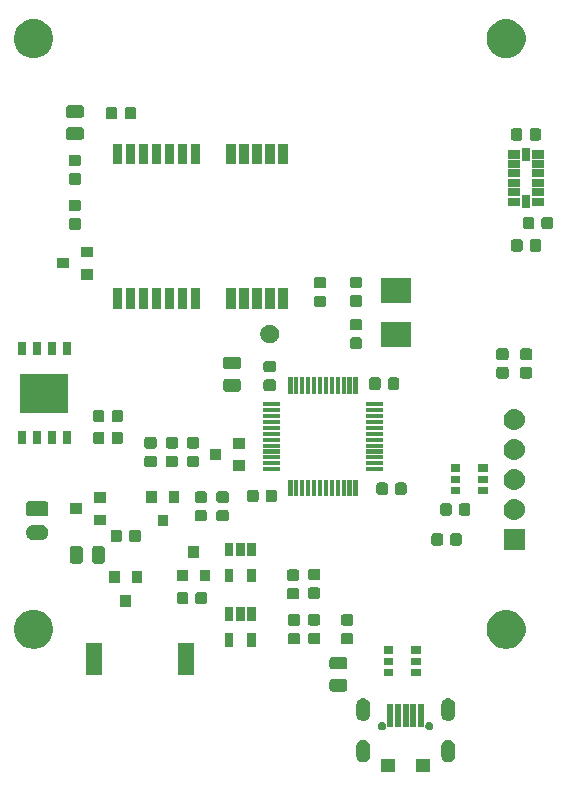
<source format=gbr>
%TF.GenerationSoftware,KiCad,Pcbnew,5.0.2+dfsg1-1*%
%TF.CreationDate,2020-10-17T15:43:31+03:00*%
%TF.ProjectId,LocalTrack,4c6f6361-6c54-4726-9163-6b2e6b696361,1.3*%
%TF.SameCoordinates,PX7270e00PY47868c0*%
%TF.FileFunction,Soldermask,Top*%
%TF.FilePolarity,Negative*%
%FSLAX46Y46*%
G04 Gerber Fmt 4.6, Leading zero omitted, Abs format (unit mm)*
G04 Created by KiCad (PCBNEW 5.0.2+dfsg1-1) date Sat 17 Oct 2020 03:43:31 PM MSK*
%MOMM*%
%LPD*%
G01*
G04 APERTURE LIST*
%ADD10C,0.100000*%
G04 APERTURE END LIST*
D10*
G36*
X38600000Y-74550000D02*
X37400000Y-74550000D01*
X37400000Y-73450000D01*
X38600000Y-73450000D01*
X38600000Y-74550000D01*
X38600000Y-74550000D01*
G37*
G36*
X35600000Y-74550000D02*
X34400000Y-74550000D01*
X34400000Y-73450000D01*
X35600000Y-73450000D01*
X35600000Y-74550000D01*
X35600000Y-74550000D01*
G37*
G36*
X40217620Y-71858682D02*
X40330720Y-71892990D01*
X40434954Y-71948704D01*
X40526317Y-72023683D01*
X40601296Y-72115045D01*
X40657010Y-72219279D01*
X40691318Y-72332379D01*
X40700000Y-72420526D01*
X40700000Y-73179474D01*
X40691318Y-73267621D01*
X40657010Y-73380721D01*
X40601296Y-73484955D01*
X40526317Y-73576317D01*
X40434955Y-73651296D01*
X40330721Y-73707010D01*
X40217621Y-73741318D01*
X40100000Y-73752903D01*
X39982380Y-73741318D01*
X39869280Y-73707010D01*
X39765046Y-73651296D01*
X39673684Y-73576317D01*
X39598705Y-73484955D01*
X39542990Y-73380721D01*
X39508682Y-73267621D01*
X39500000Y-73179474D01*
X39500000Y-72420527D01*
X39508682Y-72332380D01*
X39542990Y-72219280D01*
X39598704Y-72115046D01*
X39673683Y-72023683D01*
X39765045Y-71948704D01*
X39869279Y-71892990D01*
X39982379Y-71858682D01*
X40100000Y-71847097D01*
X40217620Y-71858682D01*
X40217620Y-71858682D01*
G37*
G36*
X33017620Y-71858682D02*
X33130720Y-71892990D01*
X33234954Y-71948704D01*
X33326317Y-72023683D01*
X33401296Y-72115045D01*
X33457010Y-72219279D01*
X33491318Y-72332379D01*
X33500000Y-72420526D01*
X33500000Y-73179474D01*
X33491318Y-73267621D01*
X33457010Y-73380721D01*
X33401296Y-73484955D01*
X33326317Y-73576317D01*
X33234955Y-73651296D01*
X33130721Y-73707010D01*
X33017621Y-73741318D01*
X32900000Y-73752903D01*
X32782380Y-73741318D01*
X32669280Y-73707010D01*
X32565046Y-73651296D01*
X32473684Y-73576317D01*
X32398705Y-73484955D01*
X32342990Y-73380721D01*
X32308682Y-73267621D01*
X32300000Y-73179474D01*
X32300000Y-72420527D01*
X32308682Y-72332380D01*
X32342990Y-72219280D01*
X32398704Y-72115046D01*
X32473683Y-72023683D01*
X32565045Y-71948704D01*
X32669279Y-71892990D01*
X32782379Y-71858682D01*
X32900000Y-71847097D01*
X33017620Y-71858682D01*
X33017620Y-71858682D01*
G37*
G36*
X38602087Y-70363449D02*
X38602088Y-70363449D01*
X38602091Y-70363450D01*
X38665787Y-70389834D01*
X38723112Y-70428137D01*
X38771863Y-70476888D01*
X38810166Y-70534213D01*
X38836550Y-70597909D01*
X38850000Y-70665528D01*
X38850000Y-70734472D01*
X38836550Y-70802091D01*
X38810166Y-70865787D01*
X38771863Y-70923112D01*
X38723112Y-70971863D01*
X38665787Y-71010166D01*
X38602091Y-71036550D01*
X38602088Y-71036551D01*
X38602087Y-71036551D01*
X38534474Y-71050000D01*
X38465526Y-71050000D01*
X38397913Y-71036551D01*
X38397912Y-71036551D01*
X38397909Y-71036550D01*
X38334213Y-71010166D01*
X38276888Y-70971863D01*
X38228137Y-70923112D01*
X38189834Y-70865787D01*
X38163450Y-70802091D01*
X38150000Y-70734472D01*
X38150000Y-70665528D01*
X38163450Y-70597909D01*
X38189834Y-70534213D01*
X38228137Y-70476888D01*
X38276888Y-70428137D01*
X38334213Y-70389834D01*
X38397909Y-70363450D01*
X38397912Y-70363449D01*
X38397913Y-70363449D01*
X38465526Y-70350000D01*
X38534474Y-70350000D01*
X38602087Y-70363449D01*
X38602087Y-70363449D01*
G37*
G36*
X34602087Y-70363449D02*
X34602088Y-70363449D01*
X34602091Y-70363450D01*
X34665787Y-70389834D01*
X34723112Y-70428137D01*
X34771863Y-70476888D01*
X34810166Y-70534213D01*
X34836550Y-70597909D01*
X34850000Y-70665528D01*
X34850000Y-70734472D01*
X34836550Y-70802091D01*
X34810166Y-70865787D01*
X34771863Y-70923112D01*
X34723112Y-70971863D01*
X34665787Y-71010166D01*
X34602091Y-71036550D01*
X34602088Y-71036551D01*
X34602087Y-71036551D01*
X34534474Y-71050000D01*
X34465526Y-71050000D01*
X34397913Y-71036551D01*
X34397912Y-71036551D01*
X34397909Y-71036550D01*
X34334213Y-71010166D01*
X34276888Y-70971863D01*
X34228137Y-70923112D01*
X34189834Y-70865787D01*
X34163450Y-70802091D01*
X34150000Y-70734472D01*
X34150000Y-70665528D01*
X34163450Y-70597909D01*
X34189834Y-70534213D01*
X34228137Y-70476888D01*
X34276888Y-70428137D01*
X34334213Y-70389834D01*
X34397909Y-70363450D01*
X34397912Y-70363449D01*
X34397913Y-70363449D01*
X34465526Y-70350000D01*
X34534474Y-70350000D01*
X34602087Y-70363449D01*
X34602087Y-70363449D01*
G37*
G36*
X35450000Y-70800000D02*
X34950000Y-70800000D01*
X34950000Y-68800000D01*
X35450000Y-68800000D01*
X35450000Y-70800000D01*
X35450000Y-70800000D01*
G37*
G36*
X36100000Y-70800000D02*
X35600000Y-70800000D01*
X35600000Y-68800000D01*
X36100000Y-68800000D01*
X36100000Y-70800000D01*
X36100000Y-70800000D01*
G37*
G36*
X37400000Y-70800000D02*
X36900000Y-70800000D01*
X36900000Y-68800000D01*
X37400000Y-68800000D01*
X37400000Y-70800000D01*
X37400000Y-70800000D01*
G37*
G36*
X36750000Y-70800000D02*
X36250000Y-70800000D01*
X36250000Y-68800000D01*
X36750000Y-68800000D01*
X36750000Y-70800000D01*
X36750000Y-70800000D01*
G37*
G36*
X38050000Y-70800000D02*
X37550000Y-70800000D01*
X37550000Y-68800000D01*
X38050000Y-68800000D01*
X38050000Y-70800000D01*
X38050000Y-70800000D01*
G37*
G36*
X40217620Y-68358682D02*
X40330720Y-68392990D01*
X40434954Y-68448704D01*
X40526317Y-68523683D01*
X40601296Y-68615045D01*
X40657010Y-68719279D01*
X40691318Y-68832379D01*
X40700000Y-68920526D01*
X40700000Y-69679474D01*
X40691318Y-69767621D01*
X40657010Y-69880721D01*
X40601296Y-69984955D01*
X40526317Y-70076317D01*
X40434955Y-70151296D01*
X40330721Y-70207010D01*
X40217621Y-70241318D01*
X40100000Y-70252903D01*
X39982380Y-70241318D01*
X39869280Y-70207010D01*
X39765046Y-70151296D01*
X39673684Y-70076317D01*
X39598705Y-69984955D01*
X39542990Y-69880721D01*
X39508682Y-69767621D01*
X39500000Y-69679474D01*
X39500000Y-68920527D01*
X39508682Y-68832380D01*
X39542990Y-68719280D01*
X39598704Y-68615046D01*
X39673683Y-68523683D01*
X39765045Y-68448704D01*
X39869279Y-68392990D01*
X39982379Y-68358682D01*
X40100000Y-68347097D01*
X40217620Y-68358682D01*
X40217620Y-68358682D01*
G37*
G36*
X33017620Y-68358682D02*
X33130720Y-68392990D01*
X33234954Y-68448704D01*
X33326317Y-68523683D01*
X33401296Y-68615045D01*
X33457010Y-68719279D01*
X33491318Y-68832379D01*
X33500000Y-68920526D01*
X33500000Y-69679474D01*
X33491318Y-69767621D01*
X33457010Y-69880721D01*
X33401296Y-69984955D01*
X33326317Y-70076317D01*
X33234955Y-70151296D01*
X33130721Y-70207010D01*
X33017621Y-70241318D01*
X32900000Y-70252903D01*
X32782380Y-70241318D01*
X32669280Y-70207010D01*
X32565046Y-70151296D01*
X32473684Y-70076317D01*
X32398705Y-69984955D01*
X32342990Y-69880721D01*
X32308682Y-69767621D01*
X32300000Y-69679474D01*
X32300000Y-68920527D01*
X32308682Y-68832380D01*
X32342990Y-68719280D01*
X32398704Y-68615046D01*
X32473683Y-68523683D01*
X32565045Y-68448704D01*
X32669279Y-68392990D01*
X32782379Y-68358682D01*
X32900000Y-68347097D01*
X33017620Y-68358682D01*
X33017620Y-68358682D01*
G37*
G36*
X31351748Y-66704945D02*
X31397899Y-66718944D01*
X31440441Y-66741683D01*
X31477721Y-66772279D01*
X31508317Y-66809559D01*
X31531056Y-66852101D01*
X31545055Y-66898252D01*
X31550000Y-66948458D01*
X31550000Y-67526542D01*
X31545055Y-67576748D01*
X31531056Y-67622899D01*
X31508317Y-67665441D01*
X31477721Y-67702721D01*
X31440441Y-67733317D01*
X31397899Y-67756056D01*
X31351748Y-67770055D01*
X31301542Y-67775000D01*
X30298458Y-67775000D01*
X30248252Y-67770055D01*
X30202101Y-67756056D01*
X30159559Y-67733317D01*
X30122279Y-67702721D01*
X30091683Y-67665441D01*
X30068944Y-67622899D01*
X30054945Y-67576748D01*
X30050000Y-67526542D01*
X30050000Y-66948458D01*
X30054945Y-66898252D01*
X30068944Y-66852101D01*
X30091683Y-66809559D01*
X30122279Y-66772279D01*
X30159559Y-66741683D01*
X30202101Y-66718944D01*
X30248252Y-66704945D01*
X30298458Y-66700000D01*
X31301542Y-66700000D01*
X31351748Y-66704945D01*
X31351748Y-66704945D01*
G37*
G36*
X37760000Y-66455000D02*
X36960000Y-66455000D01*
X36960000Y-65845000D01*
X37760000Y-65845000D01*
X37760000Y-66455000D01*
X37760000Y-66455000D01*
G37*
G36*
X35440000Y-66455000D02*
X34640000Y-66455000D01*
X34640000Y-65845000D01*
X35440000Y-65845000D01*
X35440000Y-66455000D01*
X35440000Y-66455000D01*
G37*
G36*
X18600000Y-66350000D02*
X17200000Y-66350000D01*
X17200000Y-63650000D01*
X18600000Y-63650000D01*
X18600000Y-66350000D01*
X18600000Y-66350000D01*
G37*
G36*
X10800000Y-66350000D02*
X9400000Y-66350000D01*
X9400000Y-63650000D01*
X10800000Y-63650000D01*
X10800000Y-66350000D01*
X10800000Y-66350000D01*
G37*
G36*
X31351748Y-64829945D02*
X31397899Y-64843944D01*
X31440441Y-64866683D01*
X31477721Y-64897279D01*
X31508317Y-64934559D01*
X31531056Y-64977101D01*
X31545055Y-65023252D01*
X31550000Y-65073458D01*
X31550000Y-65651542D01*
X31545055Y-65701748D01*
X31531056Y-65747899D01*
X31508317Y-65790441D01*
X31477721Y-65827721D01*
X31440441Y-65858317D01*
X31397899Y-65881056D01*
X31351748Y-65895055D01*
X31301542Y-65900000D01*
X30298458Y-65900000D01*
X30248252Y-65895055D01*
X30202101Y-65881056D01*
X30159559Y-65858317D01*
X30122279Y-65827721D01*
X30091683Y-65790441D01*
X30068944Y-65747899D01*
X30054945Y-65701748D01*
X30050000Y-65651542D01*
X30050000Y-65073458D01*
X30054945Y-65023252D01*
X30068944Y-64977101D01*
X30091683Y-64934559D01*
X30122279Y-64897279D01*
X30159559Y-64866683D01*
X30202101Y-64843944D01*
X30248252Y-64829945D01*
X30298458Y-64825000D01*
X31301542Y-64825000D01*
X31351748Y-64829945D01*
X31351748Y-64829945D01*
G37*
G36*
X37760000Y-65505000D02*
X36960000Y-65505000D01*
X36960000Y-64895000D01*
X37760000Y-64895000D01*
X37760000Y-65505000D01*
X37760000Y-65505000D01*
G37*
G36*
X35440000Y-65505000D02*
X34640000Y-65505000D01*
X34640000Y-64895000D01*
X35440000Y-64895000D01*
X35440000Y-65505000D01*
X35440000Y-65505000D01*
G37*
G36*
X37760000Y-64555000D02*
X36960000Y-64555000D01*
X36960000Y-63945000D01*
X37760000Y-63945000D01*
X37760000Y-64555000D01*
X37760000Y-64555000D01*
G37*
G36*
X35440000Y-64555000D02*
X34640000Y-64555000D01*
X34640000Y-63945000D01*
X35440000Y-63945000D01*
X35440000Y-64555000D01*
X35440000Y-64555000D01*
G37*
G36*
X5268770Y-60871136D02*
X5481287Y-60913408D01*
X5781568Y-61037789D01*
X6051814Y-61218361D01*
X6281639Y-61448186D01*
X6462211Y-61718432D01*
X6586592Y-62018713D01*
X6650000Y-62337489D01*
X6650000Y-62662511D01*
X6586592Y-62981287D01*
X6462211Y-63281568D01*
X6281639Y-63551814D01*
X6051814Y-63781639D01*
X5781568Y-63962211D01*
X5481287Y-64086592D01*
X5268770Y-64128864D01*
X5162513Y-64150000D01*
X4837487Y-64150000D01*
X4731230Y-64128864D01*
X4518713Y-64086592D01*
X4218432Y-63962211D01*
X3948186Y-63781639D01*
X3718361Y-63551814D01*
X3537789Y-63281568D01*
X3413408Y-62981287D01*
X3350000Y-62662511D01*
X3350000Y-62337489D01*
X3413408Y-62018713D01*
X3537789Y-61718432D01*
X3718361Y-61448186D01*
X3948186Y-61218361D01*
X4218432Y-61037789D01*
X4518713Y-60913408D01*
X4731230Y-60871136D01*
X4837487Y-60850000D01*
X5162513Y-60850000D01*
X5268770Y-60871136D01*
X5268770Y-60871136D01*
G37*
G36*
X45268770Y-60871136D02*
X45481287Y-60913408D01*
X45781568Y-61037789D01*
X46051814Y-61218361D01*
X46281639Y-61448186D01*
X46462211Y-61718432D01*
X46586592Y-62018713D01*
X46650000Y-62337489D01*
X46650000Y-62662511D01*
X46586592Y-62981287D01*
X46462211Y-63281568D01*
X46281639Y-63551814D01*
X46051814Y-63781639D01*
X45781568Y-63962211D01*
X45481287Y-64086592D01*
X45268770Y-64128864D01*
X45162513Y-64150000D01*
X44837487Y-64150000D01*
X44731230Y-64128864D01*
X44518713Y-64086592D01*
X44218432Y-63962211D01*
X43948186Y-63781639D01*
X43718361Y-63551814D01*
X43537789Y-63281568D01*
X43413408Y-62981287D01*
X43350000Y-62662511D01*
X43350000Y-62337489D01*
X43413408Y-62018713D01*
X43537789Y-61718432D01*
X43718361Y-61448186D01*
X43948186Y-61218361D01*
X44218432Y-61037789D01*
X44518713Y-60913408D01*
X44731230Y-60871136D01*
X44837487Y-60850000D01*
X45162513Y-60850000D01*
X45268770Y-60871136D01*
X45268770Y-60871136D01*
G37*
G36*
X23825000Y-63980000D02*
X23075000Y-63980000D01*
X23075000Y-62820000D01*
X23825000Y-62820000D01*
X23825000Y-63980000D01*
X23825000Y-63980000D01*
G37*
G36*
X21925000Y-63980000D02*
X21175000Y-63980000D01*
X21175000Y-62820000D01*
X21925000Y-62820000D01*
X21925000Y-63980000D01*
X21925000Y-63980000D01*
G37*
G36*
X31896871Y-62804465D02*
X31938334Y-62817042D01*
X31976550Y-62837469D01*
X32010043Y-62864957D01*
X32037531Y-62898450D01*
X32057958Y-62936666D01*
X32070535Y-62978129D01*
X32075000Y-63023458D01*
X32075000Y-63551542D01*
X32070535Y-63596871D01*
X32057958Y-63638334D01*
X32037531Y-63676550D01*
X32010043Y-63710043D01*
X31976550Y-63737531D01*
X31938334Y-63757958D01*
X31896871Y-63770535D01*
X31851542Y-63775000D01*
X31248458Y-63775000D01*
X31203129Y-63770535D01*
X31161666Y-63757958D01*
X31123450Y-63737531D01*
X31089957Y-63710043D01*
X31062469Y-63676550D01*
X31042042Y-63638334D01*
X31029465Y-63596871D01*
X31025000Y-63551542D01*
X31025000Y-63023458D01*
X31029465Y-62978129D01*
X31042042Y-62936666D01*
X31062469Y-62898450D01*
X31089957Y-62864957D01*
X31123450Y-62837469D01*
X31161666Y-62817042D01*
X31203129Y-62804465D01*
X31248458Y-62800000D01*
X31851542Y-62800000D01*
X31896871Y-62804465D01*
X31896871Y-62804465D01*
G37*
G36*
X27396871Y-62804465D02*
X27438334Y-62817042D01*
X27476550Y-62837469D01*
X27510043Y-62864957D01*
X27537531Y-62898450D01*
X27557958Y-62936666D01*
X27570535Y-62978129D01*
X27575000Y-63023458D01*
X27575000Y-63551542D01*
X27570535Y-63596871D01*
X27557958Y-63638334D01*
X27537531Y-63676550D01*
X27510043Y-63710043D01*
X27476550Y-63737531D01*
X27438334Y-63757958D01*
X27396871Y-63770535D01*
X27351542Y-63775000D01*
X26748458Y-63775000D01*
X26703129Y-63770535D01*
X26661666Y-63757958D01*
X26623450Y-63737531D01*
X26589957Y-63710043D01*
X26562469Y-63676550D01*
X26542042Y-63638334D01*
X26529465Y-63596871D01*
X26525000Y-63551542D01*
X26525000Y-63023458D01*
X26529465Y-62978129D01*
X26542042Y-62936666D01*
X26562469Y-62898450D01*
X26589957Y-62864957D01*
X26623450Y-62837469D01*
X26661666Y-62817042D01*
X26703129Y-62804465D01*
X26748458Y-62800000D01*
X27351542Y-62800000D01*
X27396871Y-62804465D01*
X27396871Y-62804465D01*
G37*
G36*
X29096871Y-62791965D02*
X29138334Y-62804542D01*
X29176550Y-62824969D01*
X29210043Y-62852457D01*
X29237531Y-62885950D01*
X29257958Y-62924166D01*
X29270535Y-62965629D01*
X29275000Y-63010958D01*
X29275000Y-63539042D01*
X29270535Y-63584371D01*
X29257958Y-63625834D01*
X29237531Y-63664050D01*
X29210043Y-63697543D01*
X29176550Y-63725031D01*
X29138334Y-63745458D01*
X29096871Y-63758035D01*
X29051542Y-63762500D01*
X28448458Y-63762500D01*
X28403129Y-63758035D01*
X28361666Y-63745458D01*
X28323450Y-63725031D01*
X28289957Y-63697543D01*
X28262469Y-63664050D01*
X28242042Y-63625834D01*
X28229465Y-63584371D01*
X28225000Y-63539042D01*
X28225000Y-63010958D01*
X28229465Y-62965629D01*
X28242042Y-62924166D01*
X28262469Y-62885950D01*
X28289957Y-62852457D01*
X28323450Y-62824969D01*
X28361666Y-62804542D01*
X28403129Y-62791965D01*
X28448458Y-62787500D01*
X29051542Y-62787500D01*
X29096871Y-62791965D01*
X29096871Y-62791965D01*
G37*
G36*
X27396871Y-61229465D02*
X27438334Y-61242042D01*
X27476550Y-61262469D01*
X27510043Y-61289957D01*
X27537531Y-61323450D01*
X27557958Y-61361666D01*
X27570535Y-61403129D01*
X27575000Y-61448458D01*
X27575000Y-61976542D01*
X27570535Y-62021871D01*
X27557958Y-62063334D01*
X27537531Y-62101550D01*
X27510043Y-62135043D01*
X27476550Y-62162531D01*
X27438334Y-62182958D01*
X27396871Y-62195535D01*
X27351542Y-62200000D01*
X26748458Y-62200000D01*
X26703129Y-62195535D01*
X26661666Y-62182958D01*
X26623450Y-62162531D01*
X26589957Y-62135043D01*
X26562469Y-62101550D01*
X26542042Y-62063334D01*
X26529465Y-62021871D01*
X26525000Y-61976542D01*
X26525000Y-61448458D01*
X26529465Y-61403129D01*
X26542042Y-61361666D01*
X26562469Y-61323450D01*
X26589957Y-61289957D01*
X26623450Y-61262469D01*
X26661666Y-61242042D01*
X26703129Y-61229465D01*
X26748458Y-61225000D01*
X27351542Y-61225000D01*
X27396871Y-61229465D01*
X27396871Y-61229465D01*
G37*
G36*
X31896871Y-61229465D02*
X31938334Y-61242042D01*
X31976550Y-61262469D01*
X32010043Y-61289957D01*
X32037531Y-61323450D01*
X32057958Y-61361666D01*
X32070535Y-61403129D01*
X32075000Y-61448458D01*
X32075000Y-61976542D01*
X32070535Y-62021871D01*
X32057958Y-62063334D01*
X32037531Y-62101550D01*
X32010043Y-62135043D01*
X31976550Y-62162531D01*
X31938334Y-62182958D01*
X31896871Y-62195535D01*
X31851542Y-62200000D01*
X31248458Y-62200000D01*
X31203129Y-62195535D01*
X31161666Y-62182958D01*
X31123450Y-62162531D01*
X31089957Y-62135043D01*
X31062469Y-62101550D01*
X31042042Y-62063334D01*
X31029465Y-62021871D01*
X31025000Y-61976542D01*
X31025000Y-61448458D01*
X31029465Y-61403129D01*
X31042042Y-61361666D01*
X31062469Y-61323450D01*
X31089957Y-61289957D01*
X31123450Y-61262469D01*
X31161666Y-61242042D01*
X31203129Y-61229465D01*
X31248458Y-61225000D01*
X31851542Y-61225000D01*
X31896871Y-61229465D01*
X31896871Y-61229465D01*
G37*
G36*
X29096871Y-61216965D02*
X29138334Y-61229542D01*
X29176550Y-61249969D01*
X29210043Y-61277457D01*
X29237531Y-61310950D01*
X29257958Y-61349166D01*
X29270535Y-61390629D01*
X29275000Y-61435958D01*
X29275000Y-61964042D01*
X29270535Y-62009371D01*
X29257958Y-62050834D01*
X29237531Y-62089050D01*
X29210043Y-62122543D01*
X29176550Y-62150031D01*
X29138334Y-62170458D01*
X29096871Y-62183035D01*
X29051542Y-62187500D01*
X28448458Y-62187500D01*
X28403129Y-62183035D01*
X28361666Y-62170458D01*
X28323450Y-62150031D01*
X28289957Y-62122543D01*
X28262469Y-62089050D01*
X28242042Y-62050834D01*
X28229465Y-62009371D01*
X28225000Y-61964042D01*
X28225000Y-61435958D01*
X28229465Y-61390629D01*
X28242042Y-61349166D01*
X28262469Y-61310950D01*
X28289957Y-61277457D01*
X28323450Y-61249969D01*
X28361666Y-61229542D01*
X28403129Y-61216965D01*
X28448458Y-61212500D01*
X29051542Y-61212500D01*
X29096871Y-61216965D01*
X29096871Y-61216965D01*
G37*
G36*
X22875000Y-61780000D02*
X22125000Y-61780000D01*
X22125000Y-60620000D01*
X22875000Y-60620000D01*
X22875000Y-61780000D01*
X22875000Y-61780000D01*
G37*
G36*
X21925000Y-61780000D02*
X21175000Y-61780000D01*
X21175000Y-60620000D01*
X21925000Y-60620000D01*
X21925000Y-61780000D01*
X21925000Y-61780000D01*
G37*
G36*
X23825000Y-61780000D02*
X23075000Y-61780000D01*
X23075000Y-60620000D01*
X23825000Y-60620000D01*
X23825000Y-61780000D01*
X23825000Y-61780000D01*
G37*
G36*
X13250000Y-60600000D02*
X12350000Y-60600000D01*
X12350000Y-59600000D01*
X13250000Y-59600000D01*
X13250000Y-60600000D01*
X13250000Y-60600000D01*
G37*
G36*
X17921871Y-59329465D02*
X17963334Y-59342042D01*
X18001550Y-59362469D01*
X18035043Y-59389957D01*
X18062531Y-59423450D01*
X18082958Y-59461666D01*
X18095535Y-59503129D01*
X18100000Y-59548458D01*
X18100000Y-60151542D01*
X18095535Y-60196871D01*
X18082958Y-60238334D01*
X18062531Y-60276550D01*
X18035043Y-60310043D01*
X18001550Y-60337531D01*
X17963334Y-60357958D01*
X17921871Y-60370535D01*
X17876542Y-60375000D01*
X17348458Y-60375000D01*
X17303129Y-60370535D01*
X17261666Y-60357958D01*
X17223450Y-60337531D01*
X17189957Y-60310043D01*
X17162469Y-60276550D01*
X17142042Y-60238334D01*
X17129465Y-60196871D01*
X17125000Y-60151542D01*
X17125000Y-59548458D01*
X17129465Y-59503129D01*
X17142042Y-59461666D01*
X17162469Y-59423450D01*
X17189957Y-59389957D01*
X17223450Y-59362469D01*
X17261666Y-59342042D01*
X17303129Y-59329465D01*
X17348458Y-59325000D01*
X17876542Y-59325000D01*
X17921871Y-59329465D01*
X17921871Y-59329465D01*
G37*
G36*
X19496871Y-59329465D02*
X19538334Y-59342042D01*
X19576550Y-59362469D01*
X19610043Y-59389957D01*
X19637531Y-59423450D01*
X19657958Y-59461666D01*
X19670535Y-59503129D01*
X19675000Y-59548458D01*
X19675000Y-60151542D01*
X19670535Y-60196871D01*
X19657958Y-60238334D01*
X19637531Y-60276550D01*
X19610043Y-60310043D01*
X19576550Y-60337531D01*
X19538334Y-60357958D01*
X19496871Y-60370535D01*
X19451542Y-60375000D01*
X18923458Y-60375000D01*
X18878129Y-60370535D01*
X18836666Y-60357958D01*
X18798450Y-60337531D01*
X18764957Y-60310043D01*
X18737469Y-60276550D01*
X18717042Y-60238334D01*
X18704465Y-60196871D01*
X18700000Y-60151542D01*
X18700000Y-59548458D01*
X18704465Y-59503129D01*
X18717042Y-59461666D01*
X18737469Y-59423450D01*
X18764957Y-59389957D01*
X18798450Y-59362469D01*
X18836666Y-59342042D01*
X18878129Y-59329465D01*
X18923458Y-59325000D01*
X19451542Y-59325000D01*
X19496871Y-59329465D01*
X19496871Y-59329465D01*
G37*
G36*
X27296871Y-59004465D02*
X27338334Y-59017042D01*
X27376550Y-59037469D01*
X27410043Y-59064957D01*
X27437531Y-59098450D01*
X27457958Y-59136666D01*
X27470535Y-59178129D01*
X27475000Y-59223458D01*
X27475000Y-59751542D01*
X27470535Y-59796871D01*
X27457958Y-59838334D01*
X27437531Y-59876550D01*
X27410043Y-59910043D01*
X27376550Y-59937531D01*
X27338334Y-59957958D01*
X27296871Y-59970535D01*
X27251542Y-59975000D01*
X26648458Y-59975000D01*
X26603129Y-59970535D01*
X26561666Y-59957958D01*
X26523450Y-59937531D01*
X26489957Y-59910043D01*
X26462469Y-59876550D01*
X26442042Y-59838334D01*
X26429465Y-59796871D01*
X26425000Y-59751542D01*
X26425000Y-59223458D01*
X26429465Y-59178129D01*
X26442042Y-59136666D01*
X26462469Y-59098450D01*
X26489957Y-59064957D01*
X26523450Y-59037469D01*
X26561666Y-59017042D01*
X26603129Y-59004465D01*
X26648458Y-59000000D01*
X27251542Y-59000000D01*
X27296871Y-59004465D01*
X27296871Y-59004465D01*
G37*
G36*
X29096871Y-58954465D02*
X29138334Y-58967042D01*
X29176550Y-58987469D01*
X29210043Y-59014957D01*
X29237531Y-59048450D01*
X29257958Y-59086666D01*
X29270535Y-59128129D01*
X29275000Y-59173458D01*
X29275000Y-59701542D01*
X29270535Y-59746871D01*
X29257958Y-59788334D01*
X29237531Y-59826550D01*
X29210043Y-59860043D01*
X29176550Y-59887531D01*
X29138334Y-59907958D01*
X29096871Y-59920535D01*
X29051542Y-59925000D01*
X28448458Y-59925000D01*
X28403129Y-59920535D01*
X28361666Y-59907958D01*
X28323450Y-59887531D01*
X28289957Y-59860043D01*
X28262469Y-59826550D01*
X28242042Y-59788334D01*
X28229465Y-59746871D01*
X28225000Y-59701542D01*
X28225000Y-59173458D01*
X28229465Y-59128129D01*
X28242042Y-59086666D01*
X28262469Y-59048450D01*
X28289957Y-59014957D01*
X28323450Y-58987469D01*
X28361666Y-58967042D01*
X28403129Y-58954465D01*
X28448458Y-58950000D01*
X29051542Y-58950000D01*
X29096871Y-58954465D01*
X29096871Y-58954465D01*
G37*
G36*
X14200000Y-58600000D02*
X13300000Y-58600000D01*
X13300000Y-57600000D01*
X14200000Y-57600000D01*
X14200000Y-58600000D01*
X14200000Y-58600000D01*
G37*
G36*
X12300000Y-58600000D02*
X11400000Y-58600000D01*
X11400000Y-57600000D01*
X12300000Y-57600000D01*
X12300000Y-58600000D01*
X12300000Y-58600000D01*
G37*
G36*
X23825000Y-58530000D02*
X23075000Y-58530000D01*
X23075000Y-57370000D01*
X23825000Y-57370000D01*
X23825000Y-58530000D01*
X23825000Y-58530000D01*
G37*
G36*
X21925000Y-58530000D02*
X21175000Y-58530000D01*
X21175000Y-57370000D01*
X21925000Y-57370000D01*
X21925000Y-58530000D01*
X21925000Y-58530000D01*
G37*
G36*
X19950000Y-58450000D02*
X19050000Y-58450000D01*
X19050000Y-57450000D01*
X19950000Y-57450000D01*
X19950000Y-58450000D01*
X19950000Y-58450000D01*
G37*
G36*
X18050000Y-58450000D02*
X17150000Y-58450000D01*
X17150000Y-57450000D01*
X18050000Y-57450000D01*
X18050000Y-58450000D01*
X18050000Y-58450000D01*
G37*
G36*
X27296871Y-57429465D02*
X27338334Y-57442042D01*
X27376550Y-57462469D01*
X27410043Y-57489957D01*
X27437531Y-57523450D01*
X27457958Y-57561666D01*
X27470535Y-57603129D01*
X27475000Y-57648458D01*
X27475000Y-58176542D01*
X27470535Y-58221871D01*
X27457958Y-58263334D01*
X27437531Y-58301550D01*
X27410043Y-58335043D01*
X27376550Y-58362531D01*
X27338334Y-58382958D01*
X27296871Y-58395535D01*
X27251542Y-58400000D01*
X26648458Y-58400000D01*
X26603129Y-58395535D01*
X26561666Y-58382958D01*
X26523450Y-58362531D01*
X26489957Y-58335043D01*
X26462469Y-58301550D01*
X26442042Y-58263334D01*
X26429465Y-58221871D01*
X26425000Y-58176542D01*
X26425000Y-57648458D01*
X26429465Y-57603129D01*
X26442042Y-57561666D01*
X26462469Y-57523450D01*
X26489957Y-57489957D01*
X26523450Y-57462469D01*
X26561666Y-57442042D01*
X26603129Y-57429465D01*
X26648458Y-57425000D01*
X27251542Y-57425000D01*
X27296871Y-57429465D01*
X27296871Y-57429465D01*
G37*
G36*
X29096871Y-57379465D02*
X29138334Y-57392042D01*
X29176550Y-57412469D01*
X29210043Y-57439957D01*
X29237531Y-57473450D01*
X29257958Y-57511666D01*
X29270535Y-57553129D01*
X29275000Y-57598458D01*
X29275000Y-58126542D01*
X29270535Y-58171871D01*
X29257958Y-58213334D01*
X29237531Y-58251550D01*
X29210043Y-58285043D01*
X29176550Y-58312531D01*
X29138334Y-58332958D01*
X29096871Y-58345535D01*
X29051542Y-58350000D01*
X28448458Y-58350000D01*
X28403129Y-58345535D01*
X28361666Y-58332958D01*
X28323450Y-58312531D01*
X28289957Y-58285043D01*
X28262469Y-58251550D01*
X28242042Y-58213334D01*
X28229465Y-58171871D01*
X28225000Y-58126542D01*
X28225000Y-57598458D01*
X28229465Y-57553129D01*
X28242042Y-57511666D01*
X28262469Y-57473450D01*
X28289957Y-57439957D01*
X28323450Y-57412469D01*
X28361666Y-57392042D01*
X28403129Y-57379465D01*
X28448458Y-57375000D01*
X29051542Y-57375000D01*
X29096871Y-57379465D01*
X29096871Y-57379465D01*
G37*
G36*
X10826748Y-55454945D02*
X10872899Y-55468944D01*
X10915441Y-55491683D01*
X10952721Y-55522279D01*
X10983317Y-55559559D01*
X11006056Y-55602101D01*
X11020055Y-55648252D01*
X11025000Y-55698458D01*
X11025000Y-56701542D01*
X11020055Y-56751748D01*
X11006056Y-56797899D01*
X10983317Y-56840441D01*
X10952721Y-56877721D01*
X10915441Y-56908317D01*
X10872899Y-56931056D01*
X10826748Y-56945055D01*
X10776542Y-56950000D01*
X10198458Y-56950000D01*
X10148252Y-56945055D01*
X10102101Y-56931056D01*
X10059559Y-56908317D01*
X10022279Y-56877721D01*
X9991683Y-56840441D01*
X9968944Y-56797899D01*
X9954945Y-56751748D01*
X9950000Y-56701542D01*
X9950000Y-55698458D01*
X9954945Y-55648252D01*
X9968944Y-55602101D01*
X9991683Y-55559559D01*
X10022279Y-55522279D01*
X10059559Y-55491683D01*
X10102101Y-55468944D01*
X10148252Y-55454945D01*
X10198458Y-55450000D01*
X10776542Y-55450000D01*
X10826748Y-55454945D01*
X10826748Y-55454945D01*
G37*
G36*
X8951748Y-55454945D02*
X8997899Y-55468944D01*
X9040441Y-55491683D01*
X9077721Y-55522279D01*
X9108317Y-55559559D01*
X9131056Y-55602101D01*
X9145055Y-55648252D01*
X9150000Y-55698458D01*
X9150000Y-56701542D01*
X9145055Y-56751748D01*
X9131056Y-56797899D01*
X9108317Y-56840441D01*
X9077721Y-56877721D01*
X9040441Y-56908317D01*
X8997899Y-56931056D01*
X8951748Y-56945055D01*
X8901542Y-56950000D01*
X8323458Y-56950000D01*
X8273252Y-56945055D01*
X8227101Y-56931056D01*
X8184559Y-56908317D01*
X8147279Y-56877721D01*
X8116683Y-56840441D01*
X8093944Y-56797899D01*
X8079945Y-56751748D01*
X8075000Y-56701542D01*
X8075000Y-55698458D01*
X8079945Y-55648252D01*
X8093944Y-55602101D01*
X8116683Y-55559559D01*
X8147279Y-55522279D01*
X8184559Y-55491683D01*
X8227101Y-55468944D01*
X8273252Y-55454945D01*
X8323458Y-55450000D01*
X8901542Y-55450000D01*
X8951748Y-55454945D01*
X8951748Y-55454945D01*
G37*
G36*
X19000000Y-56450000D02*
X18100000Y-56450000D01*
X18100000Y-55450000D01*
X19000000Y-55450000D01*
X19000000Y-56450000D01*
X19000000Y-56450000D01*
G37*
G36*
X23825000Y-56330000D02*
X23075000Y-56330000D01*
X23075000Y-55170000D01*
X23825000Y-55170000D01*
X23825000Y-56330000D01*
X23825000Y-56330000D01*
G37*
G36*
X22875000Y-56330000D02*
X22125000Y-56330000D01*
X22125000Y-55170000D01*
X22875000Y-55170000D01*
X22875000Y-56330000D01*
X22875000Y-56330000D01*
G37*
G36*
X21925000Y-56330000D02*
X21175000Y-56330000D01*
X21175000Y-55170000D01*
X21925000Y-55170000D01*
X21925000Y-56330000D01*
X21925000Y-56330000D01*
G37*
G36*
X46600000Y-55800000D02*
X44800000Y-55800000D01*
X44800000Y-54000000D01*
X46600000Y-54000000D01*
X46600000Y-55800000D01*
X46600000Y-55800000D01*
G37*
G36*
X41059371Y-54379465D02*
X41100834Y-54392042D01*
X41139050Y-54412469D01*
X41172543Y-54439957D01*
X41200031Y-54473450D01*
X41220458Y-54511666D01*
X41233035Y-54553129D01*
X41237500Y-54598458D01*
X41237500Y-55201542D01*
X41233035Y-55246871D01*
X41220458Y-55288334D01*
X41200031Y-55326550D01*
X41172543Y-55360043D01*
X41139050Y-55387531D01*
X41100834Y-55407958D01*
X41059371Y-55420535D01*
X41014042Y-55425000D01*
X40485958Y-55425000D01*
X40440629Y-55420535D01*
X40399166Y-55407958D01*
X40360950Y-55387531D01*
X40327457Y-55360043D01*
X40299969Y-55326550D01*
X40279542Y-55288334D01*
X40266965Y-55246871D01*
X40262500Y-55201542D01*
X40262500Y-54598458D01*
X40266965Y-54553129D01*
X40279542Y-54511666D01*
X40299969Y-54473450D01*
X40327457Y-54439957D01*
X40360950Y-54412469D01*
X40399166Y-54392042D01*
X40440629Y-54379465D01*
X40485958Y-54375000D01*
X41014042Y-54375000D01*
X41059371Y-54379465D01*
X41059371Y-54379465D01*
G37*
G36*
X39484371Y-54379465D02*
X39525834Y-54392042D01*
X39564050Y-54412469D01*
X39597543Y-54439957D01*
X39625031Y-54473450D01*
X39645458Y-54511666D01*
X39658035Y-54553129D01*
X39662500Y-54598458D01*
X39662500Y-55201542D01*
X39658035Y-55246871D01*
X39645458Y-55288334D01*
X39625031Y-55326550D01*
X39597543Y-55360043D01*
X39564050Y-55387531D01*
X39525834Y-55407958D01*
X39484371Y-55420535D01*
X39439042Y-55425000D01*
X38910958Y-55425000D01*
X38865629Y-55420535D01*
X38824166Y-55407958D01*
X38785950Y-55387531D01*
X38752457Y-55360043D01*
X38724969Y-55326550D01*
X38704542Y-55288334D01*
X38691965Y-55246871D01*
X38687500Y-55201542D01*
X38687500Y-54598458D01*
X38691965Y-54553129D01*
X38704542Y-54511666D01*
X38724969Y-54473450D01*
X38752457Y-54439957D01*
X38785950Y-54412469D01*
X38824166Y-54392042D01*
X38865629Y-54379465D01*
X38910958Y-54375000D01*
X39439042Y-54375000D01*
X39484371Y-54379465D01*
X39484371Y-54379465D01*
G37*
G36*
X12321871Y-54079465D02*
X12363334Y-54092042D01*
X12401550Y-54112469D01*
X12435043Y-54139957D01*
X12462531Y-54173450D01*
X12482958Y-54211666D01*
X12495535Y-54253129D01*
X12500000Y-54298458D01*
X12500000Y-54901542D01*
X12495535Y-54946871D01*
X12482958Y-54988334D01*
X12462531Y-55026550D01*
X12435043Y-55060043D01*
X12401550Y-55087531D01*
X12363334Y-55107958D01*
X12321871Y-55120535D01*
X12276542Y-55125000D01*
X11748458Y-55125000D01*
X11703129Y-55120535D01*
X11661666Y-55107958D01*
X11623450Y-55087531D01*
X11589957Y-55060043D01*
X11562469Y-55026550D01*
X11542042Y-54988334D01*
X11529465Y-54946871D01*
X11525000Y-54901542D01*
X11525000Y-54298458D01*
X11529465Y-54253129D01*
X11542042Y-54211666D01*
X11562469Y-54173450D01*
X11589957Y-54139957D01*
X11623450Y-54112469D01*
X11661666Y-54092042D01*
X11703129Y-54079465D01*
X11748458Y-54075000D01*
X12276542Y-54075000D01*
X12321871Y-54079465D01*
X12321871Y-54079465D01*
G37*
G36*
X13896871Y-54079465D02*
X13938334Y-54092042D01*
X13976550Y-54112469D01*
X14010043Y-54139957D01*
X14037531Y-54173450D01*
X14057958Y-54211666D01*
X14070535Y-54253129D01*
X14075000Y-54298458D01*
X14075000Y-54901542D01*
X14070535Y-54946871D01*
X14057958Y-54988334D01*
X14037531Y-55026550D01*
X14010043Y-55060043D01*
X13976550Y-55087531D01*
X13938334Y-55107958D01*
X13896871Y-55120535D01*
X13851542Y-55125000D01*
X13323458Y-55125000D01*
X13278129Y-55120535D01*
X13236666Y-55107958D01*
X13198450Y-55087531D01*
X13164957Y-55060043D01*
X13137469Y-55026550D01*
X13117042Y-54988334D01*
X13104465Y-54946871D01*
X13100000Y-54901542D01*
X13100000Y-54298458D01*
X13104465Y-54253129D01*
X13117042Y-54211666D01*
X13137469Y-54173450D01*
X13164957Y-54139957D01*
X13198450Y-54112469D01*
X13236666Y-54092042D01*
X13278129Y-54079465D01*
X13323458Y-54075000D01*
X13851542Y-54075000D01*
X13896871Y-54079465D01*
X13896871Y-54079465D01*
G37*
G36*
X5702422Y-53659405D02*
X5824948Y-53696573D01*
X5937868Y-53756930D01*
X6036843Y-53838157D01*
X6118070Y-53937132D01*
X6178427Y-54050052D01*
X6215595Y-54172578D01*
X6228145Y-54300000D01*
X6215595Y-54427422D01*
X6178427Y-54549948D01*
X6118070Y-54662868D01*
X6036843Y-54761843D01*
X5937868Y-54843070D01*
X5824948Y-54903427D01*
X5702422Y-54940595D01*
X5606932Y-54950000D01*
X4993068Y-54950000D01*
X4897578Y-54940595D01*
X4775052Y-54903427D01*
X4662132Y-54843070D01*
X4563157Y-54761843D01*
X4481930Y-54662868D01*
X4421573Y-54549948D01*
X4384405Y-54427422D01*
X4371855Y-54300000D01*
X4384405Y-54172578D01*
X4421573Y-54050052D01*
X4481930Y-53937132D01*
X4563157Y-53838157D01*
X4662132Y-53756930D01*
X4775052Y-53696573D01*
X4897578Y-53659405D01*
X4993068Y-53650000D01*
X5606932Y-53650000D01*
X5702422Y-53659405D01*
X5702422Y-53659405D01*
G37*
G36*
X16400000Y-53800000D02*
X15500000Y-53800000D01*
X15500000Y-52800000D01*
X16400000Y-52800000D01*
X16400000Y-53800000D01*
X16400000Y-53800000D01*
G37*
G36*
X11100000Y-53700000D02*
X10100000Y-53700000D01*
X10100000Y-52800000D01*
X11100000Y-52800000D01*
X11100000Y-53700000D01*
X11100000Y-53700000D01*
G37*
G36*
X19496871Y-52404465D02*
X19538334Y-52417042D01*
X19576550Y-52437469D01*
X19610043Y-52464957D01*
X19637531Y-52498450D01*
X19657958Y-52536666D01*
X19670535Y-52578129D01*
X19675000Y-52623458D01*
X19675000Y-53151542D01*
X19670535Y-53196871D01*
X19657958Y-53238334D01*
X19637531Y-53276550D01*
X19610043Y-53310043D01*
X19576550Y-53337531D01*
X19538334Y-53357958D01*
X19496871Y-53370535D01*
X19451542Y-53375000D01*
X18848458Y-53375000D01*
X18803129Y-53370535D01*
X18761666Y-53357958D01*
X18723450Y-53337531D01*
X18689957Y-53310043D01*
X18662469Y-53276550D01*
X18642042Y-53238334D01*
X18629465Y-53196871D01*
X18625000Y-53151542D01*
X18625000Y-52623458D01*
X18629465Y-52578129D01*
X18642042Y-52536666D01*
X18662469Y-52498450D01*
X18689957Y-52464957D01*
X18723450Y-52437469D01*
X18761666Y-52417042D01*
X18803129Y-52404465D01*
X18848458Y-52400000D01*
X19451542Y-52400000D01*
X19496871Y-52404465D01*
X19496871Y-52404465D01*
G37*
G36*
X21346871Y-52404465D02*
X21388334Y-52417042D01*
X21426550Y-52437469D01*
X21460043Y-52464957D01*
X21487531Y-52498450D01*
X21507958Y-52536666D01*
X21520535Y-52578129D01*
X21525000Y-52623458D01*
X21525000Y-53151542D01*
X21520535Y-53196871D01*
X21507958Y-53238334D01*
X21487531Y-53276550D01*
X21460043Y-53310043D01*
X21426550Y-53337531D01*
X21388334Y-53357958D01*
X21346871Y-53370535D01*
X21301542Y-53375000D01*
X20698458Y-53375000D01*
X20653129Y-53370535D01*
X20611666Y-53357958D01*
X20573450Y-53337531D01*
X20539957Y-53310043D01*
X20512469Y-53276550D01*
X20492042Y-53238334D01*
X20479465Y-53196871D01*
X20475000Y-53151542D01*
X20475000Y-52623458D01*
X20479465Y-52578129D01*
X20492042Y-52536666D01*
X20512469Y-52498450D01*
X20539957Y-52464957D01*
X20573450Y-52437469D01*
X20611666Y-52417042D01*
X20653129Y-52404465D01*
X20698458Y-52400000D01*
X21301542Y-52400000D01*
X21346871Y-52404465D01*
X21346871Y-52404465D01*
G37*
G36*
X45854394Y-51470853D02*
X45876431Y-51473023D01*
X46046081Y-51524486D01*
X46202432Y-51608057D01*
X46339475Y-51720525D01*
X46451943Y-51857568D01*
X46492438Y-51933330D01*
X46535514Y-52013919D01*
X46586977Y-52183570D01*
X46604355Y-52360000D01*
X46594017Y-52464957D01*
X46586977Y-52536431D01*
X46535514Y-52706081D01*
X46451943Y-52862432D01*
X46339475Y-52999475D01*
X46202432Y-53111943D01*
X46046081Y-53195514D01*
X45876431Y-53246977D01*
X45854394Y-53249148D01*
X45744212Y-53260000D01*
X45655788Y-53260000D01*
X45545606Y-53249148D01*
X45523569Y-53246977D01*
X45353919Y-53195514D01*
X45197568Y-53111943D01*
X45060525Y-52999475D01*
X44948057Y-52862432D01*
X44864486Y-52706081D01*
X44813023Y-52536431D01*
X44805983Y-52464957D01*
X44795645Y-52360000D01*
X44813023Y-52183570D01*
X44864486Y-52013919D01*
X44907562Y-51933330D01*
X44948057Y-51857568D01*
X45060525Y-51720525D01*
X45197568Y-51608057D01*
X45353919Y-51524486D01*
X45523569Y-51473023D01*
X45545606Y-51470853D01*
X45655788Y-51460000D01*
X45744212Y-51460000D01*
X45854394Y-51470853D01*
X45854394Y-51470853D01*
G37*
G36*
X6028463Y-51654903D02*
X6074217Y-51668783D01*
X6116383Y-51691322D01*
X6153345Y-51721655D01*
X6183678Y-51758617D01*
X6206217Y-51800783D01*
X6220097Y-51846537D01*
X6225000Y-51896327D01*
X6225000Y-52703673D01*
X6220097Y-52753463D01*
X6206217Y-52799217D01*
X6183678Y-52841383D01*
X6153345Y-52878345D01*
X6116383Y-52908678D01*
X6074217Y-52931217D01*
X6028463Y-52945097D01*
X5978673Y-52950000D01*
X4621327Y-52950000D01*
X4571537Y-52945097D01*
X4525783Y-52931217D01*
X4483617Y-52908678D01*
X4446655Y-52878345D01*
X4416322Y-52841383D01*
X4393783Y-52799217D01*
X4379903Y-52753463D01*
X4375000Y-52703673D01*
X4375000Y-51896327D01*
X4379903Y-51846537D01*
X4393783Y-51800783D01*
X4416322Y-51758617D01*
X4446655Y-51721655D01*
X4483617Y-51691322D01*
X4525783Y-51668783D01*
X4571537Y-51654903D01*
X4621327Y-51650000D01*
X5978673Y-51650000D01*
X6028463Y-51654903D01*
X6028463Y-51654903D01*
G37*
G36*
X41809371Y-51829465D02*
X41850834Y-51842042D01*
X41889050Y-51862469D01*
X41922543Y-51889957D01*
X41950031Y-51923450D01*
X41970458Y-51961666D01*
X41983035Y-52003129D01*
X41987500Y-52048458D01*
X41987500Y-52651542D01*
X41983035Y-52696871D01*
X41970458Y-52738334D01*
X41950031Y-52776550D01*
X41922543Y-52810043D01*
X41889050Y-52837531D01*
X41850834Y-52857958D01*
X41809371Y-52870535D01*
X41764042Y-52875000D01*
X41235958Y-52875000D01*
X41190629Y-52870535D01*
X41149166Y-52857958D01*
X41110950Y-52837531D01*
X41077457Y-52810043D01*
X41049969Y-52776550D01*
X41029542Y-52738334D01*
X41016965Y-52696871D01*
X41012500Y-52651542D01*
X41012500Y-52048458D01*
X41016965Y-52003129D01*
X41029542Y-51961666D01*
X41049969Y-51923450D01*
X41077457Y-51889957D01*
X41110950Y-51862469D01*
X41149166Y-51842042D01*
X41190629Y-51829465D01*
X41235958Y-51825000D01*
X41764042Y-51825000D01*
X41809371Y-51829465D01*
X41809371Y-51829465D01*
G37*
G36*
X40234371Y-51829465D02*
X40275834Y-51842042D01*
X40314050Y-51862469D01*
X40347543Y-51889957D01*
X40375031Y-51923450D01*
X40395458Y-51961666D01*
X40408035Y-52003129D01*
X40412500Y-52048458D01*
X40412500Y-52651542D01*
X40408035Y-52696871D01*
X40395458Y-52738334D01*
X40375031Y-52776550D01*
X40347543Y-52810043D01*
X40314050Y-52837531D01*
X40275834Y-52857958D01*
X40234371Y-52870535D01*
X40189042Y-52875000D01*
X39660958Y-52875000D01*
X39615629Y-52870535D01*
X39574166Y-52857958D01*
X39535950Y-52837531D01*
X39502457Y-52810043D01*
X39474969Y-52776550D01*
X39454542Y-52738334D01*
X39441965Y-52696871D01*
X39437500Y-52651542D01*
X39437500Y-52048458D01*
X39441965Y-52003129D01*
X39454542Y-51961666D01*
X39474969Y-51923450D01*
X39502457Y-51889957D01*
X39535950Y-51862469D01*
X39574166Y-51842042D01*
X39615629Y-51829465D01*
X39660958Y-51825000D01*
X40189042Y-51825000D01*
X40234371Y-51829465D01*
X40234371Y-51829465D01*
G37*
G36*
X9100000Y-52750000D02*
X8100000Y-52750000D01*
X8100000Y-51850000D01*
X9100000Y-51850000D01*
X9100000Y-52750000D01*
X9100000Y-52750000D01*
G37*
G36*
X17350000Y-51800000D02*
X16450000Y-51800000D01*
X16450000Y-50800000D01*
X17350000Y-50800000D01*
X17350000Y-51800000D01*
X17350000Y-51800000D01*
G37*
G36*
X15450000Y-51800000D02*
X14550000Y-51800000D01*
X14550000Y-50800000D01*
X15450000Y-50800000D01*
X15450000Y-51800000D01*
X15450000Y-51800000D01*
G37*
G36*
X21346871Y-50829465D02*
X21388334Y-50842042D01*
X21426550Y-50862469D01*
X21460043Y-50889957D01*
X21487531Y-50923450D01*
X21507958Y-50961666D01*
X21520535Y-51003129D01*
X21525000Y-51048458D01*
X21525000Y-51576542D01*
X21520535Y-51621871D01*
X21507958Y-51663334D01*
X21487531Y-51701550D01*
X21460043Y-51735043D01*
X21426550Y-51762531D01*
X21388334Y-51782958D01*
X21346871Y-51795535D01*
X21301542Y-51800000D01*
X20698458Y-51800000D01*
X20653129Y-51795535D01*
X20611666Y-51782958D01*
X20573450Y-51762531D01*
X20539957Y-51735043D01*
X20512469Y-51701550D01*
X20492042Y-51663334D01*
X20479465Y-51621871D01*
X20475000Y-51576542D01*
X20475000Y-51048458D01*
X20479465Y-51003129D01*
X20492042Y-50961666D01*
X20512469Y-50923450D01*
X20539957Y-50889957D01*
X20573450Y-50862469D01*
X20611666Y-50842042D01*
X20653129Y-50829465D01*
X20698458Y-50825000D01*
X21301542Y-50825000D01*
X21346871Y-50829465D01*
X21346871Y-50829465D01*
G37*
G36*
X11100000Y-51800000D02*
X10100000Y-51800000D01*
X10100000Y-50900000D01*
X11100000Y-50900000D01*
X11100000Y-51800000D01*
X11100000Y-51800000D01*
G37*
G36*
X19496871Y-50829465D02*
X19538334Y-50842042D01*
X19576550Y-50862469D01*
X19610043Y-50889957D01*
X19637531Y-50923450D01*
X19657958Y-50961666D01*
X19670535Y-51003129D01*
X19675000Y-51048458D01*
X19675000Y-51576542D01*
X19670535Y-51621871D01*
X19657958Y-51663334D01*
X19637531Y-51701550D01*
X19610043Y-51735043D01*
X19576550Y-51762531D01*
X19538334Y-51782958D01*
X19496871Y-51795535D01*
X19451542Y-51800000D01*
X18848458Y-51800000D01*
X18803129Y-51795535D01*
X18761666Y-51782958D01*
X18723450Y-51762531D01*
X18689957Y-51735043D01*
X18662469Y-51701550D01*
X18642042Y-51663334D01*
X18629465Y-51621871D01*
X18625000Y-51576542D01*
X18625000Y-51048458D01*
X18629465Y-51003129D01*
X18642042Y-50961666D01*
X18662469Y-50923450D01*
X18689957Y-50889957D01*
X18723450Y-50862469D01*
X18761666Y-50842042D01*
X18803129Y-50829465D01*
X18848458Y-50825000D01*
X19451542Y-50825000D01*
X19496871Y-50829465D01*
X19496871Y-50829465D01*
G37*
G36*
X25446871Y-50679465D02*
X25488334Y-50692042D01*
X25526550Y-50712469D01*
X25560043Y-50739957D01*
X25587531Y-50773450D01*
X25607958Y-50811666D01*
X25620535Y-50853129D01*
X25625000Y-50898458D01*
X25625000Y-51501542D01*
X25620535Y-51546871D01*
X25607958Y-51588334D01*
X25587531Y-51626550D01*
X25560043Y-51660043D01*
X25526550Y-51687531D01*
X25488334Y-51707958D01*
X25446871Y-51720535D01*
X25401542Y-51725000D01*
X24873458Y-51725000D01*
X24828129Y-51720535D01*
X24786666Y-51707958D01*
X24748450Y-51687531D01*
X24714957Y-51660043D01*
X24687469Y-51626550D01*
X24667042Y-51588334D01*
X24654465Y-51546871D01*
X24650000Y-51501542D01*
X24650000Y-50898458D01*
X24654465Y-50853129D01*
X24667042Y-50811666D01*
X24687469Y-50773450D01*
X24714957Y-50739957D01*
X24748450Y-50712469D01*
X24786666Y-50692042D01*
X24828129Y-50679465D01*
X24873458Y-50675000D01*
X25401542Y-50675000D01*
X25446871Y-50679465D01*
X25446871Y-50679465D01*
G37*
G36*
X23871871Y-50679465D02*
X23913334Y-50692042D01*
X23951550Y-50712469D01*
X23985043Y-50739957D01*
X24012531Y-50773450D01*
X24032958Y-50811666D01*
X24045535Y-50853129D01*
X24050000Y-50898458D01*
X24050000Y-51501542D01*
X24045535Y-51546871D01*
X24032958Y-51588334D01*
X24012531Y-51626550D01*
X23985043Y-51660043D01*
X23951550Y-51687531D01*
X23913334Y-51707958D01*
X23871871Y-51720535D01*
X23826542Y-51725000D01*
X23298458Y-51725000D01*
X23253129Y-51720535D01*
X23211666Y-51707958D01*
X23173450Y-51687531D01*
X23139957Y-51660043D01*
X23112469Y-51626550D01*
X23092042Y-51588334D01*
X23079465Y-51546871D01*
X23075000Y-51501542D01*
X23075000Y-50898458D01*
X23079465Y-50853129D01*
X23092042Y-50811666D01*
X23112469Y-50773450D01*
X23139957Y-50739957D01*
X23173450Y-50712469D01*
X23211666Y-50692042D01*
X23253129Y-50679465D01*
X23298458Y-50675000D01*
X23826542Y-50675000D01*
X23871871Y-50679465D01*
X23871871Y-50679465D01*
G37*
G36*
X26925000Y-51250000D02*
X26575000Y-51250000D01*
X26575000Y-49850000D01*
X26925000Y-49850000D01*
X26925000Y-51250000D01*
X26925000Y-51250000D01*
G37*
G36*
X27425000Y-51250000D02*
X27075000Y-51250000D01*
X27075000Y-49850000D01*
X27425000Y-49850000D01*
X27425000Y-51250000D01*
X27425000Y-51250000D01*
G37*
G36*
X27925000Y-51250000D02*
X27575000Y-51250000D01*
X27575000Y-49850000D01*
X27925000Y-49850000D01*
X27925000Y-51250000D01*
X27925000Y-51250000D01*
G37*
G36*
X28425000Y-51250000D02*
X28075000Y-51250000D01*
X28075000Y-49850000D01*
X28425000Y-49850000D01*
X28425000Y-51250000D01*
X28425000Y-51250000D01*
G37*
G36*
X28925000Y-51250000D02*
X28575000Y-51250000D01*
X28575000Y-49850000D01*
X28925000Y-49850000D01*
X28925000Y-51250000D01*
X28925000Y-51250000D01*
G37*
G36*
X29925000Y-51250000D02*
X29575000Y-51250000D01*
X29575000Y-49850000D01*
X29925000Y-49850000D01*
X29925000Y-51250000D01*
X29925000Y-51250000D01*
G37*
G36*
X30925000Y-51250000D02*
X30575000Y-51250000D01*
X30575000Y-49850000D01*
X30925000Y-49850000D01*
X30925000Y-51250000D01*
X30925000Y-51250000D01*
G37*
G36*
X29425000Y-51250000D02*
X29075000Y-51250000D01*
X29075000Y-49850000D01*
X29425000Y-49850000D01*
X29425000Y-51250000D01*
X29425000Y-51250000D01*
G37*
G36*
X30425000Y-51250000D02*
X30075000Y-51250000D01*
X30075000Y-49850000D01*
X30425000Y-49850000D01*
X30425000Y-51250000D01*
X30425000Y-51250000D01*
G37*
G36*
X31425000Y-51250000D02*
X31075000Y-51250000D01*
X31075000Y-49850000D01*
X31425000Y-49850000D01*
X31425000Y-51250000D01*
X31425000Y-51250000D01*
G37*
G36*
X31925000Y-51250000D02*
X31575000Y-51250000D01*
X31575000Y-49850000D01*
X31925000Y-49850000D01*
X31925000Y-51250000D01*
X31925000Y-51250000D01*
G37*
G36*
X32425000Y-51250000D02*
X32075000Y-51250000D01*
X32075000Y-49850000D01*
X32425000Y-49850000D01*
X32425000Y-51250000D01*
X32425000Y-51250000D01*
G37*
G36*
X34821871Y-50079465D02*
X34863334Y-50092042D01*
X34901550Y-50112469D01*
X34935043Y-50139957D01*
X34962531Y-50173450D01*
X34982958Y-50211666D01*
X34995535Y-50253129D01*
X35000000Y-50298458D01*
X35000000Y-50901542D01*
X34995535Y-50946871D01*
X34982958Y-50988334D01*
X34962531Y-51026550D01*
X34935043Y-51060043D01*
X34901550Y-51087531D01*
X34863334Y-51107958D01*
X34821871Y-51120535D01*
X34776542Y-51125000D01*
X34248458Y-51125000D01*
X34203129Y-51120535D01*
X34161666Y-51107958D01*
X34123450Y-51087531D01*
X34089957Y-51060043D01*
X34062469Y-51026550D01*
X34042042Y-50988334D01*
X34029465Y-50946871D01*
X34025000Y-50901542D01*
X34025000Y-50298458D01*
X34029465Y-50253129D01*
X34042042Y-50211666D01*
X34062469Y-50173450D01*
X34089957Y-50139957D01*
X34123450Y-50112469D01*
X34161666Y-50092042D01*
X34203129Y-50079465D01*
X34248458Y-50075000D01*
X34776542Y-50075000D01*
X34821871Y-50079465D01*
X34821871Y-50079465D01*
G37*
G36*
X36396871Y-50079465D02*
X36438334Y-50092042D01*
X36476550Y-50112469D01*
X36510043Y-50139957D01*
X36537531Y-50173450D01*
X36557958Y-50211666D01*
X36570535Y-50253129D01*
X36575000Y-50298458D01*
X36575000Y-50901542D01*
X36570535Y-50946871D01*
X36557958Y-50988334D01*
X36537531Y-51026550D01*
X36510043Y-51060043D01*
X36476550Y-51087531D01*
X36438334Y-51107958D01*
X36396871Y-51120535D01*
X36351542Y-51125000D01*
X35823458Y-51125000D01*
X35778129Y-51120535D01*
X35736666Y-51107958D01*
X35698450Y-51087531D01*
X35664957Y-51060043D01*
X35637469Y-51026550D01*
X35617042Y-50988334D01*
X35604465Y-50946871D01*
X35600000Y-50901542D01*
X35600000Y-50298458D01*
X35604465Y-50253129D01*
X35617042Y-50211666D01*
X35637469Y-50173450D01*
X35664957Y-50139957D01*
X35698450Y-50112469D01*
X35736666Y-50092042D01*
X35778129Y-50079465D01*
X35823458Y-50075000D01*
X36351542Y-50075000D01*
X36396871Y-50079465D01*
X36396871Y-50079465D01*
G37*
G36*
X41140000Y-51055000D02*
X40340000Y-51055000D01*
X40340000Y-50445000D01*
X41140000Y-50445000D01*
X41140000Y-51055000D01*
X41140000Y-51055000D01*
G37*
G36*
X43460000Y-51055000D02*
X42660000Y-51055000D01*
X42660000Y-50445000D01*
X43460000Y-50445000D01*
X43460000Y-51055000D01*
X43460000Y-51055000D01*
G37*
G36*
X45854394Y-48930853D02*
X45876431Y-48933023D01*
X46046081Y-48984486D01*
X46202432Y-49068057D01*
X46339475Y-49180525D01*
X46451943Y-49317568D01*
X46451945Y-49317572D01*
X46535514Y-49473919D01*
X46586977Y-49643570D01*
X46604355Y-49820000D01*
X46588535Y-49980611D01*
X46586977Y-49996431D01*
X46535514Y-50166081D01*
X46451943Y-50322432D01*
X46339475Y-50459475D01*
X46202432Y-50571943D01*
X46046081Y-50655514D01*
X45876431Y-50706977D01*
X45854394Y-50709148D01*
X45744212Y-50720000D01*
X45655788Y-50720000D01*
X45545606Y-50709148D01*
X45523569Y-50706977D01*
X45353919Y-50655514D01*
X45197568Y-50571943D01*
X45060525Y-50459475D01*
X44948057Y-50322432D01*
X44864486Y-50166081D01*
X44813023Y-49996431D01*
X44811465Y-49980611D01*
X44795645Y-49820000D01*
X44813023Y-49643570D01*
X44864486Y-49473919D01*
X44948055Y-49317572D01*
X44948057Y-49317568D01*
X45060525Y-49180525D01*
X45197568Y-49068057D01*
X45353919Y-48984486D01*
X45523569Y-48933023D01*
X45545606Y-48930853D01*
X45655788Y-48920000D01*
X45744212Y-48920000D01*
X45854394Y-48930853D01*
X45854394Y-48930853D01*
G37*
G36*
X41140000Y-50105000D02*
X40340000Y-50105000D01*
X40340000Y-49495000D01*
X41140000Y-49495000D01*
X41140000Y-50105000D01*
X41140000Y-50105000D01*
G37*
G36*
X43460000Y-50105000D02*
X42660000Y-50105000D01*
X42660000Y-49495000D01*
X43460000Y-49495000D01*
X43460000Y-50105000D01*
X43460000Y-50105000D01*
G37*
G36*
X43460000Y-49155000D02*
X42660000Y-49155000D01*
X42660000Y-48545000D01*
X43460000Y-48545000D01*
X43460000Y-49155000D01*
X43460000Y-49155000D01*
G37*
G36*
X41140000Y-49155000D02*
X40340000Y-49155000D01*
X40340000Y-48545000D01*
X41140000Y-48545000D01*
X41140000Y-49155000D01*
X41140000Y-49155000D01*
G37*
G36*
X34550000Y-49125000D02*
X33150000Y-49125000D01*
X33150000Y-48775000D01*
X34550000Y-48775000D01*
X34550000Y-49125000D01*
X34550000Y-49125000D01*
G37*
G36*
X25850000Y-49125000D02*
X24450000Y-49125000D01*
X24450000Y-48775000D01*
X25850000Y-48775000D01*
X25850000Y-49125000D01*
X25850000Y-49125000D01*
G37*
G36*
X22900000Y-49100000D02*
X21900000Y-49100000D01*
X21900000Y-48200000D01*
X22900000Y-48200000D01*
X22900000Y-49100000D01*
X22900000Y-49100000D01*
G37*
G36*
X15246871Y-47804465D02*
X15288334Y-47817042D01*
X15326550Y-47837469D01*
X15360043Y-47864957D01*
X15387531Y-47898450D01*
X15407958Y-47936666D01*
X15420535Y-47978129D01*
X15425000Y-48023458D01*
X15425000Y-48551542D01*
X15420535Y-48596871D01*
X15407958Y-48638334D01*
X15387531Y-48676550D01*
X15360043Y-48710043D01*
X15326550Y-48737531D01*
X15288334Y-48757958D01*
X15246871Y-48770535D01*
X15201542Y-48775000D01*
X14598458Y-48775000D01*
X14553129Y-48770535D01*
X14511666Y-48757958D01*
X14473450Y-48737531D01*
X14439957Y-48710043D01*
X14412469Y-48676550D01*
X14392042Y-48638334D01*
X14379465Y-48596871D01*
X14375000Y-48551542D01*
X14375000Y-48023458D01*
X14379465Y-47978129D01*
X14392042Y-47936666D01*
X14412469Y-47898450D01*
X14439957Y-47864957D01*
X14473450Y-47837469D01*
X14511666Y-47817042D01*
X14553129Y-47804465D01*
X14598458Y-47800000D01*
X15201542Y-47800000D01*
X15246871Y-47804465D01*
X15246871Y-47804465D01*
G37*
G36*
X18846871Y-47804465D02*
X18888334Y-47817042D01*
X18926550Y-47837469D01*
X18960043Y-47864957D01*
X18987531Y-47898450D01*
X19007958Y-47936666D01*
X19020535Y-47978129D01*
X19025000Y-48023458D01*
X19025000Y-48551542D01*
X19020535Y-48596871D01*
X19007958Y-48638334D01*
X18987531Y-48676550D01*
X18960043Y-48710043D01*
X18926550Y-48737531D01*
X18888334Y-48757958D01*
X18846871Y-48770535D01*
X18801542Y-48775000D01*
X18198458Y-48775000D01*
X18153129Y-48770535D01*
X18111666Y-48757958D01*
X18073450Y-48737531D01*
X18039957Y-48710043D01*
X18012469Y-48676550D01*
X17992042Y-48638334D01*
X17979465Y-48596871D01*
X17975000Y-48551542D01*
X17975000Y-48023458D01*
X17979465Y-47978129D01*
X17992042Y-47936666D01*
X18012469Y-47898450D01*
X18039957Y-47864957D01*
X18073450Y-47837469D01*
X18111666Y-47817042D01*
X18153129Y-47804465D01*
X18198458Y-47800000D01*
X18801542Y-47800000D01*
X18846871Y-47804465D01*
X18846871Y-47804465D01*
G37*
G36*
X17046871Y-47804465D02*
X17088334Y-47817042D01*
X17126550Y-47837469D01*
X17160043Y-47864957D01*
X17187531Y-47898450D01*
X17207958Y-47936666D01*
X17220535Y-47978129D01*
X17225000Y-48023458D01*
X17225000Y-48551542D01*
X17220535Y-48596871D01*
X17207958Y-48638334D01*
X17187531Y-48676550D01*
X17160043Y-48710043D01*
X17126550Y-48737531D01*
X17088334Y-48757958D01*
X17046871Y-48770535D01*
X17001542Y-48775000D01*
X16398458Y-48775000D01*
X16353129Y-48770535D01*
X16311666Y-48757958D01*
X16273450Y-48737531D01*
X16239957Y-48710043D01*
X16212469Y-48676550D01*
X16192042Y-48638334D01*
X16179465Y-48596871D01*
X16175000Y-48551542D01*
X16175000Y-48023458D01*
X16179465Y-47978129D01*
X16192042Y-47936666D01*
X16212469Y-47898450D01*
X16239957Y-47864957D01*
X16273450Y-47837469D01*
X16311666Y-47817042D01*
X16353129Y-47804465D01*
X16398458Y-47800000D01*
X17001542Y-47800000D01*
X17046871Y-47804465D01*
X17046871Y-47804465D01*
G37*
G36*
X34550000Y-48625000D02*
X33150000Y-48625000D01*
X33150000Y-48275000D01*
X34550000Y-48275000D01*
X34550000Y-48625000D01*
X34550000Y-48625000D01*
G37*
G36*
X25850000Y-48625000D02*
X24450000Y-48625000D01*
X24450000Y-48275000D01*
X25850000Y-48275000D01*
X25850000Y-48625000D01*
X25850000Y-48625000D01*
G37*
G36*
X45854394Y-46390853D02*
X45876431Y-46393023D01*
X46046081Y-46444486D01*
X46202432Y-46528057D01*
X46339475Y-46640525D01*
X46451943Y-46777568D01*
X46535514Y-46933919D01*
X46586365Y-47101550D01*
X46586977Y-47103570D01*
X46604355Y-47280000D01*
X46588535Y-47440611D01*
X46586977Y-47456431D01*
X46535514Y-47626081D01*
X46451943Y-47782432D01*
X46339475Y-47919475D01*
X46202432Y-48031943D01*
X46046081Y-48115514D01*
X45876431Y-48166977D01*
X45854394Y-48169148D01*
X45744212Y-48180000D01*
X45655788Y-48180000D01*
X45545606Y-48169148D01*
X45523569Y-48166977D01*
X45353919Y-48115514D01*
X45197568Y-48031943D01*
X45060525Y-47919475D01*
X44948057Y-47782432D01*
X44864486Y-47626081D01*
X44813023Y-47456431D01*
X44811465Y-47440611D01*
X44795645Y-47280000D01*
X44813023Y-47103570D01*
X44813636Y-47101550D01*
X44864486Y-46933919D01*
X44948057Y-46777568D01*
X45060525Y-46640525D01*
X45197568Y-46528057D01*
X45353919Y-46444486D01*
X45523569Y-46393023D01*
X45545606Y-46390853D01*
X45655788Y-46380000D01*
X45744212Y-46380000D01*
X45854394Y-46390853D01*
X45854394Y-46390853D01*
G37*
G36*
X20900000Y-48150000D02*
X19900000Y-48150000D01*
X19900000Y-47250000D01*
X20900000Y-47250000D01*
X20900000Y-48150000D01*
X20900000Y-48150000D01*
G37*
G36*
X34550000Y-48125000D02*
X33150000Y-48125000D01*
X33150000Y-47775000D01*
X34550000Y-47775000D01*
X34550000Y-48125000D01*
X34550000Y-48125000D01*
G37*
G36*
X25850000Y-48125000D02*
X24450000Y-48125000D01*
X24450000Y-47775000D01*
X25850000Y-47775000D01*
X25850000Y-48125000D01*
X25850000Y-48125000D01*
G37*
G36*
X34550000Y-47625000D02*
X33150000Y-47625000D01*
X33150000Y-47275000D01*
X34550000Y-47275000D01*
X34550000Y-47625000D01*
X34550000Y-47625000D01*
G37*
G36*
X25850000Y-47625000D02*
X24450000Y-47625000D01*
X24450000Y-47275000D01*
X25850000Y-47275000D01*
X25850000Y-47625000D01*
X25850000Y-47625000D01*
G37*
G36*
X22900000Y-47200000D02*
X21900000Y-47200000D01*
X21900000Y-46300000D01*
X22900000Y-46300000D01*
X22900000Y-47200000D01*
X22900000Y-47200000D01*
G37*
G36*
X15246871Y-46229465D02*
X15288334Y-46242042D01*
X15326550Y-46262469D01*
X15360043Y-46289957D01*
X15387531Y-46323450D01*
X15407958Y-46361666D01*
X15420535Y-46403129D01*
X15425000Y-46448458D01*
X15425000Y-46976542D01*
X15420535Y-47021871D01*
X15407958Y-47063334D01*
X15387531Y-47101550D01*
X15360043Y-47135043D01*
X15326550Y-47162531D01*
X15288334Y-47182958D01*
X15246871Y-47195535D01*
X15201542Y-47200000D01*
X14598458Y-47200000D01*
X14553129Y-47195535D01*
X14511666Y-47182958D01*
X14473450Y-47162531D01*
X14439957Y-47135043D01*
X14412469Y-47101550D01*
X14392042Y-47063334D01*
X14379465Y-47021871D01*
X14375000Y-46976542D01*
X14375000Y-46448458D01*
X14379465Y-46403129D01*
X14392042Y-46361666D01*
X14412469Y-46323450D01*
X14439957Y-46289957D01*
X14473450Y-46262469D01*
X14511666Y-46242042D01*
X14553129Y-46229465D01*
X14598458Y-46225000D01*
X15201542Y-46225000D01*
X15246871Y-46229465D01*
X15246871Y-46229465D01*
G37*
G36*
X18846871Y-46229465D02*
X18888334Y-46242042D01*
X18926550Y-46262469D01*
X18960043Y-46289957D01*
X18987531Y-46323450D01*
X19007958Y-46361666D01*
X19020535Y-46403129D01*
X19025000Y-46448458D01*
X19025000Y-46976542D01*
X19020535Y-47021871D01*
X19007958Y-47063334D01*
X18987531Y-47101550D01*
X18960043Y-47135043D01*
X18926550Y-47162531D01*
X18888334Y-47182958D01*
X18846871Y-47195535D01*
X18801542Y-47200000D01*
X18198458Y-47200000D01*
X18153129Y-47195535D01*
X18111666Y-47182958D01*
X18073450Y-47162531D01*
X18039957Y-47135043D01*
X18012469Y-47101550D01*
X17992042Y-47063334D01*
X17979465Y-47021871D01*
X17975000Y-46976542D01*
X17975000Y-46448458D01*
X17979465Y-46403129D01*
X17992042Y-46361666D01*
X18012469Y-46323450D01*
X18039957Y-46289957D01*
X18073450Y-46262469D01*
X18111666Y-46242042D01*
X18153129Y-46229465D01*
X18198458Y-46225000D01*
X18801542Y-46225000D01*
X18846871Y-46229465D01*
X18846871Y-46229465D01*
G37*
G36*
X17046871Y-46229465D02*
X17088334Y-46242042D01*
X17126550Y-46262469D01*
X17160043Y-46289957D01*
X17187531Y-46323450D01*
X17207958Y-46361666D01*
X17220535Y-46403129D01*
X17225000Y-46448458D01*
X17225000Y-46976542D01*
X17220535Y-47021871D01*
X17207958Y-47063334D01*
X17187531Y-47101550D01*
X17160043Y-47135043D01*
X17126550Y-47162531D01*
X17088334Y-47182958D01*
X17046871Y-47195535D01*
X17001542Y-47200000D01*
X16398458Y-47200000D01*
X16353129Y-47195535D01*
X16311666Y-47182958D01*
X16273450Y-47162531D01*
X16239957Y-47135043D01*
X16212469Y-47101550D01*
X16192042Y-47063334D01*
X16179465Y-47021871D01*
X16175000Y-46976542D01*
X16175000Y-46448458D01*
X16179465Y-46403129D01*
X16192042Y-46361666D01*
X16212469Y-46323450D01*
X16239957Y-46289957D01*
X16273450Y-46262469D01*
X16311666Y-46242042D01*
X16353129Y-46229465D01*
X16398458Y-46225000D01*
X17001542Y-46225000D01*
X17046871Y-46229465D01*
X17046871Y-46229465D01*
G37*
G36*
X25850000Y-47125000D02*
X24450000Y-47125000D01*
X24450000Y-46775000D01*
X25850000Y-46775000D01*
X25850000Y-47125000D01*
X25850000Y-47125000D01*
G37*
G36*
X34550000Y-47125000D02*
X33150000Y-47125000D01*
X33150000Y-46775000D01*
X34550000Y-46775000D01*
X34550000Y-47125000D01*
X34550000Y-47125000D01*
G37*
G36*
X12396871Y-45779465D02*
X12438334Y-45792042D01*
X12476550Y-45812469D01*
X12510043Y-45839957D01*
X12537531Y-45873450D01*
X12557958Y-45911666D01*
X12570535Y-45953129D01*
X12575000Y-45998458D01*
X12575000Y-46601542D01*
X12570535Y-46646871D01*
X12557958Y-46688334D01*
X12537531Y-46726550D01*
X12510043Y-46760043D01*
X12476550Y-46787531D01*
X12438334Y-46807958D01*
X12396871Y-46820535D01*
X12351542Y-46825000D01*
X11823458Y-46825000D01*
X11778129Y-46820535D01*
X11736666Y-46807958D01*
X11698450Y-46787531D01*
X11664957Y-46760043D01*
X11637469Y-46726550D01*
X11617042Y-46688334D01*
X11604465Y-46646871D01*
X11600000Y-46601542D01*
X11600000Y-45998458D01*
X11604465Y-45953129D01*
X11617042Y-45911666D01*
X11637469Y-45873450D01*
X11664957Y-45839957D01*
X11698450Y-45812469D01*
X11736666Y-45792042D01*
X11778129Y-45779465D01*
X11823458Y-45775000D01*
X12351542Y-45775000D01*
X12396871Y-45779465D01*
X12396871Y-45779465D01*
G37*
G36*
X10821871Y-45779465D02*
X10863334Y-45792042D01*
X10901550Y-45812469D01*
X10935043Y-45839957D01*
X10962531Y-45873450D01*
X10982958Y-45911666D01*
X10995535Y-45953129D01*
X11000000Y-45998458D01*
X11000000Y-46601542D01*
X10995535Y-46646871D01*
X10982958Y-46688334D01*
X10962531Y-46726550D01*
X10935043Y-46760043D01*
X10901550Y-46787531D01*
X10863334Y-46807958D01*
X10821871Y-46820535D01*
X10776542Y-46825000D01*
X10248458Y-46825000D01*
X10203129Y-46820535D01*
X10161666Y-46807958D01*
X10123450Y-46787531D01*
X10089957Y-46760043D01*
X10062469Y-46726550D01*
X10042042Y-46688334D01*
X10029465Y-46646871D01*
X10025000Y-46601542D01*
X10025000Y-45998458D01*
X10029465Y-45953129D01*
X10042042Y-45911666D01*
X10062469Y-45873450D01*
X10089957Y-45839957D01*
X10123450Y-45812469D01*
X10161666Y-45792042D01*
X10203129Y-45779465D01*
X10248458Y-45775000D01*
X10776542Y-45775000D01*
X10821871Y-45779465D01*
X10821871Y-45779465D01*
G37*
G36*
X5615000Y-46800000D02*
X4915000Y-46800000D01*
X4915000Y-45700000D01*
X5615000Y-45700000D01*
X5615000Y-46800000D01*
X5615000Y-46800000D01*
G37*
G36*
X6885000Y-46800000D02*
X6185000Y-46800000D01*
X6185000Y-45700000D01*
X6885000Y-45700000D01*
X6885000Y-46800000D01*
X6885000Y-46800000D01*
G37*
G36*
X4345000Y-46800000D02*
X3645000Y-46800000D01*
X3645000Y-45700000D01*
X4345000Y-45700000D01*
X4345000Y-46800000D01*
X4345000Y-46800000D01*
G37*
G36*
X8155000Y-46800000D02*
X7455000Y-46800000D01*
X7455000Y-45700000D01*
X8155000Y-45700000D01*
X8155000Y-46800000D01*
X8155000Y-46800000D01*
G37*
G36*
X34550000Y-46625000D02*
X33150000Y-46625000D01*
X33150000Y-46275000D01*
X34550000Y-46275000D01*
X34550000Y-46625000D01*
X34550000Y-46625000D01*
G37*
G36*
X25850000Y-46625000D02*
X24450000Y-46625000D01*
X24450000Y-46275000D01*
X25850000Y-46275000D01*
X25850000Y-46625000D01*
X25850000Y-46625000D01*
G37*
G36*
X25850000Y-46125000D02*
X24450000Y-46125000D01*
X24450000Y-45775000D01*
X25850000Y-45775000D01*
X25850000Y-46125000D01*
X25850000Y-46125000D01*
G37*
G36*
X34550000Y-46125000D02*
X33150000Y-46125000D01*
X33150000Y-45775000D01*
X34550000Y-45775000D01*
X34550000Y-46125000D01*
X34550000Y-46125000D01*
G37*
G36*
X45854394Y-43850852D02*
X45876431Y-43853023D01*
X46046081Y-43904486D01*
X46202432Y-43988057D01*
X46339475Y-44100525D01*
X46451943Y-44237568D01*
X46451945Y-44237572D01*
X46535514Y-44393919D01*
X46586977Y-44563570D01*
X46604355Y-44740000D01*
X46598753Y-44796871D01*
X46586977Y-44916431D01*
X46535514Y-45086081D01*
X46451943Y-45242432D01*
X46339475Y-45379475D01*
X46202432Y-45491943D01*
X46046081Y-45575514D01*
X45876431Y-45626977D01*
X45854394Y-45629148D01*
X45744212Y-45640000D01*
X45655788Y-45640000D01*
X45545606Y-45629148D01*
X45523569Y-45626977D01*
X45353919Y-45575514D01*
X45197568Y-45491943D01*
X45060525Y-45379475D01*
X44948057Y-45242432D01*
X44864486Y-45086081D01*
X44813023Y-44916431D01*
X44801247Y-44796871D01*
X44795645Y-44740000D01*
X44813023Y-44563570D01*
X44864486Y-44393919D01*
X44948055Y-44237572D01*
X44948057Y-44237568D01*
X45060525Y-44100525D01*
X45197568Y-43988057D01*
X45353919Y-43904486D01*
X45523569Y-43853023D01*
X45545606Y-43850852D01*
X45655788Y-43840000D01*
X45744212Y-43840000D01*
X45854394Y-43850852D01*
X45854394Y-43850852D01*
G37*
G36*
X25850000Y-45625000D02*
X24450000Y-45625000D01*
X24450000Y-45275000D01*
X25850000Y-45275000D01*
X25850000Y-45625000D01*
X25850000Y-45625000D01*
G37*
G36*
X34550000Y-45625000D02*
X33150000Y-45625000D01*
X33150000Y-45275000D01*
X34550000Y-45275000D01*
X34550000Y-45625000D01*
X34550000Y-45625000D01*
G37*
G36*
X25850000Y-45125000D02*
X24450000Y-45125000D01*
X24450000Y-44775000D01*
X25850000Y-44775000D01*
X25850000Y-45125000D01*
X25850000Y-45125000D01*
G37*
G36*
X34550000Y-45125000D02*
X33150000Y-45125000D01*
X33150000Y-44775000D01*
X34550000Y-44775000D01*
X34550000Y-45125000D01*
X34550000Y-45125000D01*
G37*
G36*
X10821871Y-43929465D02*
X10863334Y-43942042D01*
X10901550Y-43962469D01*
X10935043Y-43989957D01*
X10962531Y-44023450D01*
X10982958Y-44061666D01*
X10995535Y-44103129D01*
X11000000Y-44148458D01*
X11000000Y-44751542D01*
X10995535Y-44796871D01*
X10982958Y-44838334D01*
X10962531Y-44876550D01*
X10935043Y-44910043D01*
X10901550Y-44937531D01*
X10863334Y-44957958D01*
X10821871Y-44970535D01*
X10776542Y-44975000D01*
X10248458Y-44975000D01*
X10203129Y-44970535D01*
X10161666Y-44957958D01*
X10123450Y-44937531D01*
X10089957Y-44910043D01*
X10062469Y-44876550D01*
X10042042Y-44838334D01*
X10029465Y-44796871D01*
X10025000Y-44751542D01*
X10025000Y-44148458D01*
X10029465Y-44103129D01*
X10042042Y-44061666D01*
X10062469Y-44023450D01*
X10089957Y-43989957D01*
X10123450Y-43962469D01*
X10161666Y-43942042D01*
X10203129Y-43929465D01*
X10248458Y-43925000D01*
X10776542Y-43925000D01*
X10821871Y-43929465D01*
X10821871Y-43929465D01*
G37*
G36*
X12396871Y-43929465D02*
X12438334Y-43942042D01*
X12476550Y-43962469D01*
X12510043Y-43989957D01*
X12537531Y-44023450D01*
X12557958Y-44061666D01*
X12570535Y-44103129D01*
X12575000Y-44148458D01*
X12575000Y-44751542D01*
X12570535Y-44796871D01*
X12557958Y-44838334D01*
X12537531Y-44876550D01*
X12510043Y-44910043D01*
X12476550Y-44937531D01*
X12438334Y-44957958D01*
X12396871Y-44970535D01*
X12351542Y-44975000D01*
X11823458Y-44975000D01*
X11778129Y-44970535D01*
X11736666Y-44957958D01*
X11698450Y-44937531D01*
X11664957Y-44910043D01*
X11637469Y-44876550D01*
X11617042Y-44838334D01*
X11604465Y-44796871D01*
X11600000Y-44751542D01*
X11600000Y-44148458D01*
X11604465Y-44103129D01*
X11617042Y-44061666D01*
X11637469Y-44023450D01*
X11664957Y-43989957D01*
X11698450Y-43962469D01*
X11736666Y-43942042D01*
X11778129Y-43929465D01*
X11823458Y-43925000D01*
X12351542Y-43925000D01*
X12396871Y-43929465D01*
X12396871Y-43929465D01*
G37*
G36*
X25850000Y-44625000D02*
X24450000Y-44625000D01*
X24450000Y-44275000D01*
X25850000Y-44275000D01*
X25850000Y-44625000D01*
X25850000Y-44625000D01*
G37*
G36*
X34550000Y-44625000D02*
X33150000Y-44625000D01*
X33150000Y-44275000D01*
X34550000Y-44275000D01*
X34550000Y-44625000D01*
X34550000Y-44625000D01*
G37*
G36*
X7950000Y-44150000D02*
X3850000Y-44150000D01*
X3850000Y-40850000D01*
X7950000Y-40850000D01*
X7950000Y-44150000D01*
X7950000Y-44150000D01*
G37*
G36*
X25850000Y-44125000D02*
X24450000Y-44125000D01*
X24450000Y-43775000D01*
X25850000Y-43775000D01*
X25850000Y-44125000D01*
X25850000Y-44125000D01*
G37*
G36*
X34550000Y-44125000D02*
X33150000Y-44125000D01*
X33150000Y-43775000D01*
X34550000Y-43775000D01*
X34550000Y-44125000D01*
X34550000Y-44125000D01*
G37*
G36*
X34550000Y-43625000D02*
X33150000Y-43625000D01*
X33150000Y-43275000D01*
X34550000Y-43275000D01*
X34550000Y-43625000D01*
X34550000Y-43625000D01*
G37*
G36*
X25850000Y-43625000D02*
X24450000Y-43625000D01*
X24450000Y-43275000D01*
X25850000Y-43275000D01*
X25850000Y-43625000D01*
X25850000Y-43625000D01*
G37*
G36*
X30425000Y-42550000D02*
X30075000Y-42550000D01*
X30075000Y-41150000D01*
X30425000Y-41150000D01*
X30425000Y-42550000D01*
X30425000Y-42550000D01*
G37*
G36*
X31925000Y-42550000D02*
X31575000Y-42550000D01*
X31575000Y-41150000D01*
X31925000Y-41150000D01*
X31925000Y-42550000D01*
X31925000Y-42550000D01*
G37*
G36*
X26925000Y-42550000D02*
X26575000Y-42550000D01*
X26575000Y-41150000D01*
X26925000Y-41150000D01*
X26925000Y-42550000D01*
X26925000Y-42550000D01*
G37*
G36*
X27425000Y-42550000D02*
X27075000Y-42550000D01*
X27075000Y-41150000D01*
X27425000Y-41150000D01*
X27425000Y-42550000D01*
X27425000Y-42550000D01*
G37*
G36*
X27925000Y-42550000D02*
X27575000Y-42550000D01*
X27575000Y-41150000D01*
X27925000Y-41150000D01*
X27925000Y-42550000D01*
X27925000Y-42550000D01*
G37*
G36*
X28425000Y-42550000D02*
X28075000Y-42550000D01*
X28075000Y-41150000D01*
X28425000Y-41150000D01*
X28425000Y-42550000D01*
X28425000Y-42550000D01*
G37*
G36*
X28925000Y-42550000D02*
X28575000Y-42550000D01*
X28575000Y-41150000D01*
X28925000Y-41150000D01*
X28925000Y-42550000D01*
X28925000Y-42550000D01*
G37*
G36*
X32425000Y-42550000D02*
X32075000Y-42550000D01*
X32075000Y-41150000D01*
X32425000Y-41150000D01*
X32425000Y-42550000D01*
X32425000Y-42550000D01*
G37*
G36*
X29925000Y-42550000D02*
X29575000Y-42550000D01*
X29575000Y-41150000D01*
X29925000Y-41150000D01*
X29925000Y-42550000D01*
X29925000Y-42550000D01*
G37*
G36*
X29425000Y-42550000D02*
X29075000Y-42550000D01*
X29075000Y-41150000D01*
X29425000Y-41150000D01*
X29425000Y-42550000D01*
X29425000Y-42550000D01*
G37*
G36*
X30925000Y-42550000D02*
X30575000Y-42550000D01*
X30575000Y-41150000D01*
X30925000Y-41150000D01*
X30925000Y-42550000D01*
X30925000Y-42550000D01*
G37*
G36*
X31425000Y-42550000D02*
X31075000Y-42550000D01*
X31075000Y-41150000D01*
X31425000Y-41150000D01*
X31425000Y-42550000D01*
X31425000Y-42550000D01*
G37*
G36*
X22351748Y-41304945D02*
X22397899Y-41318944D01*
X22440441Y-41341683D01*
X22477721Y-41372279D01*
X22508317Y-41409559D01*
X22531056Y-41452101D01*
X22545055Y-41498252D01*
X22550000Y-41548458D01*
X22550000Y-42126542D01*
X22545055Y-42176748D01*
X22531056Y-42222899D01*
X22508317Y-42265441D01*
X22477721Y-42302721D01*
X22440441Y-42333317D01*
X22397899Y-42356056D01*
X22351748Y-42370055D01*
X22301542Y-42375000D01*
X21298458Y-42375000D01*
X21248252Y-42370055D01*
X21202101Y-42356056D01*
X21159559Y-42333317D01*
X21122279Y-42302721D01*
X21091683Y-42265441D01*
X21068944Y-42222899D01*
X21054945Y-42176748D01*
X21050000Y-42126542D01*
X21050000Y-41548458D01*
X21054945Y-41498252D01*
X21068944Y-41452101D01*
X21091683Y-41409559D01*
X21122279Y-41372279D01*
X21159559Y-41341683D01*
X21202101Y-41318944D01*
X21248252Y-41304945D01*
X21298458Y-41300000D01*
X22301542Y-41300000D01*
X22351748Y-41304945D01*
X22351748Y-41304945D01*
G37*
G36*
X25334371Y-41354465D02*
X25375834Y-41367042D01*
X25414050Y-41387469D01*
X25447543Y-41414957D01*
X25475031Y-41448450D01*
X25495458Y-41486666D01*
X25508035Y-41528129D01*
X25512500Y-41573458D01*
X25512500Y-42101542D01*
X25508035Y-42146871D01*
X25495458Y-42188334D01*
X25475031Y-42226550D01*
X25447543Y-42260043D01*
X25414050Y-42287531D01*
X25375834Y-42307958D01*
X25334371Y-42320535D01*
X25289042Y-42325000D01*
X24685958Y-42325000D01*
X24640629Y-42320535D01*
X24599166Y-42307958D01*
X24560950Y-42287531D01*
X24527457Y-42260043D01*
X24499969Y-42226550D01*
X24479542Y-42188334D01*
X24466965Y-42146871D01*
X24462500Y-42101542D01*
X24462500Y-41573458D01*
X24466965Y-41528129D01*
X24479542Y-41486666D01*
X24499969Y-41448450D01*
X24527457Y-41414957D01*
X24560950Y-41387469D01*
X24599166Y-41367042D01*
X24640629Y-41354465D01*
X24685958Y-41350000D01*
X25289042Y-41350000D01*
X25334371Y-41354465D01*
X25334371Y-41354465D01*
G37*
G36*
X35784371Y-41179465D02*
X35825834Y-41192042D01*
X35864050Y-41212469D01*
X35897543Y-41239957D01*
X35925031Y-41273450D01*
X35945458Y-41311666D01*
X35958035Y-41353129D01*
X35962500Y-41398458D01*
X35962500Y-42001542D01*
X35958035Y-42046871D01*
X35945458Y-42088334D01*
X35925031Y-42126550D01*
X35897543Y-42160043D01*
X35864050Y-42187531D01*
X35825834Y-42207958D01*
X35784371Y-42220535D01*
X35739042Y-42225000D01*
X35210958Y-42225000D01*
X35165629Y-42220535D01*
X35124166Y-42207958D01*
X35085950Y-42187531D01*
X35052457Y-42160043D01*
X35024969Y-42126550D01*
X35004542Y-42088334D01*
X34991965Y-42046871D01*
X34987500Y-42001542D01*
X34987500Y-41398458D01*
X34991965Y-41353129D01*
X35004542Y-41311666D01*
X35024969Y-41273450D01*
X35052457Y-41239957D01*
X35085950Y-41212469D01*
X35124166Y-41192042D01*
X35165629Y-41179465D01*
X35210958Y-41175000D01*
X35739042Y-41175000D01*
X35784371Y-41179465D01*
X35784371Y-41179465D01*
G37*
G36*
X34209371Y-41179465D02*
X34250834Y-41192042D01*
X34289050Y-41212469D01*
X34322543Y-41239957D01*
X34350031Y-41273450D01*
X34370458Y-41311666D01*
X34383035Y-41353129D01*
X34387500Y-41398458D01*
X34387500Y-42001542D01*
X34383035Y-42046871D01*
X34370458Y-42088334D01*
X34350031Y-42126550D01*
X34322543Y-42160043D01*
X34289050Y-42187531D01*
X34250834Y-42207958D01*
X34209371Y-42220535D01*
X34164042Y-42225000D01*
X33635958Y-42225000D01*
X33590629Y-42220535D01*
X33549166Y-42207958D01*
X33510950Y-42187531D01*
X33477457Y-42160043D01*
X33449969Y-42126550D01*
X33429542Y-42088334D01*
X33416965Y-42046871D01*
X33412500Y-42001542D01*
X33412500Y-41398458D01*
X33416965Y-41353129D01*
X33429542Y-41311666D01*
X33449969Y-41273450D01*
X33477457Y-41239957D01*
X33510950Y-41212469D01*
X33549166Y-41192042D01*
X33590629Y-41179465D01*
X33635958Y-41175000D01*
X34164042Y-41175000D01*
X34209371Y-41179465D01*
X34209371Y-41179465D01*
G37*
G36*
X45046871Y-40304465D02*
X45088334Y-40317042D01*
X45126550Y-40337469D01*
X45160043Y-40364957D01*
X45187531Y-40398450D01*
X45207958Y-40436666D01*
X45220535Y-40478129D01*
X45225000Y-40523458D01*
X45225000Y-41051542D01*
X45220535Y-41096871D01*
X45207958Y-41138334D01*
X45187531Y-41176550D01*
X45160043Y-41210043D01*
X45126550Y-41237531D01*
X45088334Y-41257958D01*
X45046871Y-41270535D01*
X45001542Y-41275000D01*
X44398458Y-41275000D01*
X44353129Y-41270535D01*
X44311666Y-41257958D01*
X44273450Y-41237531D01*
X44239957Y-41210043D01*
X44212469Y-41176550D01*
X44192042Y-41138334D01*
X44179465Y-41096871D01*
X44175000Y-41051542D01*
X44175000Y-40523458D01*
X44179465Y-40478129D01*
X44192042Y-40436666D01*
X44212469Y-40398450D01*
X44239957Y-40364957D01*
X44273450Y-40337469D01*
X44311666Y-40317042D01*
X44353129Y-40304465D01*
X44398458Y-40300000D01*
X45001542Y-40300000D01*
X45046871Y-40304465D01*
X45046871Y-40304465D01*
G37*
G36*
X47046871Y-40304465D02*
X47088334Y-40317042D01*
X47126550Y-40337469D01*
X47160043Y-40364957D01*
X47187531Y-40398450D01*
X47207958Y-40436666D01*
X47220535Y-40478129D01*
X47225000Y-40523458D01*
X47225000Y-41051542D01*
X47220535Y-41096871D01*
X47207958Y-41138334D01*
X47187531Y-41176550D01*
X47160043Y-41210043D01*
X47126550Y-41237531D01*
X47088334Y-41257958D01*
X47046871Y-41270535D01*
X47001542Y-41275000D01*
X46398458Y-41275000D01*
X46353129Y-41270535D01*
X46311666Y-41257958D01*
X46273450Y-41237531D01*
X46239957Y-41210043D01*
X46212469Y-41176550D01*
X46192042Y-41138334D01*
X46179465Y-41096871D01*
X46175000Y-41051542D01*
X46175000Y-40523458D01*
X46179465Y-40478129D01*
X46192042Y-40436666D01*
X46212469Y-40398450D01*
X46239957Y-40364957D01*
X46273450Y-40337469D01*
X46311666Y-40317042D01*
X46353129Y-40304465D01*
X46398458Y-40300000D01*
X47001542Y-40300000D01*
X47046871Y-40304465D01*
X47046871Y-40304465D01*
G37*
G36*
X25334371Y-39779465D02*
X25375834Y-39792042D01*
X25414050Y-39812469D01*
X25447543Y-39839957D01*
X25475031Y-39873450D01*
X25495458Y-39911666D01*
X25508035Y-39953129D01*
X25512500Y-39998458D01*
X25512500Y-40526542D01*
X25508035Y-40571871D01*
X25495458Y-40613334D01*
X25475031Y-40651550D01*
X25447543Y-40685043D01*
X25414050Y-40712531D01*
X25375834Y-40732958D01*
X25334371Y-40745535D01*
X25289042Y-40750000D01*
X24685958Y-40750000D01*
X24640629Y-40745535D01*
X24599166Y-40732958D01*
X24560950Y-40712531D01*
X24527457Y-40685043D01*
X24499969Y-40651550D01*
X24479542Y-40613334D01*
X24466965Y-40571871D01*
X24462500Y-40526542D01*
X24462500Y-39998458D01*
X24466965Y-39953129D01*
X24479542Y-39911666D01*
X24499969Y-39873450D01*
X24527457Y-39839957D01*
X24560950Y-39812469D01*
X24599166Y-39792042D01*
X24640629Y-39779465D01*
X24685958Y-39775000D01*
X25289042Y-39775000D01*
X25334371Y-39779465D01*
X25334371Y-39779465D01*
G37*
G36*
X22351748Y-39429945D02*
X22397899Y-39443944D01*
X22440441Y-39466683D01*
X22477721Y-39497279D01*
X22508317Y-39534559D01*
X22531056Y-39577101D01*
X22545055Y-39623252D01*
X22550000Y-39673458D01*
X22550000Y-40251542D01*
X22545055Y-40301748D01*
X22531056Y-40347899D01*
X22508317Y-40390441D01*
X22477721Y-40427721D01*
X22440441Y-40458317D01*
X22397899Y-40481056D01*
X22351748Y-40495055D01*
X22301542Y-40500000D01*
X21298458Y-40500000D01*
X21248252Y-40495055D01*
X21202101Y-40481056D01*
X21159559Y-40458317D01*
X21122279Y-40427721D01*
X21091683Y-40390441D01*
X21068944Y-40347899D01*
X21054945Y-40301748D01*
X21050000Y-40251542D01*
X21050000Y-39673458D01*
X21054945Y-39623252D01*
X21068944Y-39577101D01*
X21091683Y-39534559D01*
X21122279Y-39497279D01*
X21159559Y-39466683D01*
X21202101Y-39443944D01*
X21248252Y-39429945D01*
X21298458Y-39425000D01*
X22301542Y-39425000D01*
X22351748Y-39429945D01*
X22351748Y-39429945D01*
G37*
G36*
X47046871Y-38729465D02*
X47088334Y-38742042D01*
X47126550Y-38762469D01*
X47160043Y-38789957D01*
X47187531Y-38823450D01*
X47207958Y-38861666D01*
X47220535Y-38903129D01*
X47225000Y-38948458D01*
X47225000Y-39476542D01*
X47220535Y-39521871D01*
X47207958Y-39563334D01*
X47187531Y-39601550D01*
X47160043Y-39635043D01*
X47126550Y-39662531D01*
X47088334Y-39682958D01*
X47046871Y-39695535D01*
X47001542Y-39700000D01*
X46398458Y-39700000D01*
X46353129Y-39695535D01*
X46311666Y-39682958D01*
X46273450Y-39662531D01*
X46239957Y-39635043D01*
X46212469Y-39601550D01*
X46192042Y-39563334D01*
X46179465Y-39521871D01*
X46175000Y-39476542D01*
X46175000Y-38948458D01*
X46179465Y-38903129D01*
X46192042Y-38861666D01*
X46212469Y-38823450D01*
X46239957Y-38789957D01*
X46273450Y-38762469D01*
X46311666Y-38742042D01*
X46353129Y-38729465D01*
X46398458Y-38725000D01*
X47001542Y-38725000D01*
X47046871Y-38729465D01*
X47046871Y-38729465D01*
G37*
G36*
X45046871Y-38729465D02*
X45088334Y-38742042D01*
X45126550Y-38762469D01*
X45160043Y-38789957D01*
X45187531Y-38823450D01*
X45207958Y-38861666D01*
X45220535Y-38903129D01*
X45225000Y-38948458D01*
X45225000Y-39476542D01*
X45220535Y-39521871D01*
X45207958Y-39563334D01*
X45187531Y-39601550D01*
X45160043Y-39635043D01*
X45126550Y-39662531D01*
X45088334Y-39682958D01*
X45046871Y-39695535D01*
X45001542Y-39700000D01*
X44398458Y-39700000D01*
X44353129Y-39695535D01*
X44311666Y-39682958D01*
X44273450Y-39662531D01*
X44239957Y-39635043D01*
X44212469Y-39601550D01*
X44192042Y-39563334D01*
X44179465Y-39521871D01*
X44175000Y-39476542D01*
X44175000Y-38948458D01*
X44179465Y-38903129D01*
X44192042Y-38861666D01*
X44212469Y-38823450D01*
X44239957Y-38789957D01*
X44273450Y-38762469D01*
X44311666Y-38742042D01*
X44353129Y-38729465D01*
X44398458Y-38725000D01*
X45001542Y-38725000D01*
X45046871Y-38729465D01*
X45046871Y-38729465D01*
G37*
G36*
X6885000Y-39300000D02*
X6185000Y-39300000D01*
X6185000Y-38200000D01*
X6885000Y-38200000D01*
X6885000Y-39300000D01*
X6885000Y-39300000D01*
G37*
G36*
X5615000Y-39300000D02*
X4915000Y-39300000D01*
X4915000Y-38200000D01*
X5615000Y-38200000D01*
X5615000Y-39300000D01*
X5615000Y-39300000D01*
G37*
G36*
X4345000Y-39300000D02*
X3645000Y-39300000D01*
X3645000Y-38200000D01*
X4345000Y-38200000D01*
X4345000Y-39300000D01*
X4345000Y-39300000D01*
G37*
G36*
X8155000Y-39300000D02*
X7455000Y-39300000D01*
X7455000Y-38200000D01*
X8155000Y-38200000D01*
X8155000Y-39300000D01*
X8155000Y-39300000D01*
G37*
G36*
X32646871Y-37791965D02*
X32688334Y-37804542D01*
X32726550Y-37824969D01*
X32760043Y-37852457D01*
X32787531Y-37885950D01*
X32807958Y-37924166D01*
X32820535Y-37965629D01*
X32825000Y-38010958D01*
X32825000Y-38539042D01*
X32820535Y-38584371D01*
X32807958Y-38625834D01*
X32787531Y-38664050D01*
X32760043Y-38697543D01*
X32726550Y-38725031D01*
X32688334Y-38745458D01*
X32646871Y-38758035D01*
X32601542Y-38762500D01*
X31998458Y-38762500D01*
X31953129Y-38758035D01*
X31911666Y-38745458D01*
X31873450Y-38725031D01*
X31839957Y-38697543D01*
X31812469Y-38664050D01*
X31792042Y-38625834D01*
X31779465Y-38584371D01*
X31775000Y-38539042D01*
X31775000Y-38010958D01*
X31779465Y-37965629D01*
X31792042Y-37924166D01*
X31812469Y-37885950D01*
X31839957Y-37852457D01*
X31873450Y-37824969D01*
X31911666Y-37804542D01*
X31953129Y-37791965D01*
X31998458Y-37787500D01*
X32601542Y-37787500D01*
X32646871Y-37791965D01*
X32646871Y-37791965D01*
G37*
G36*
X36950000Y-38600000D02*
X34450000Y-38600000D01*
X34450000Y-36500000D01*
X36950000Y-36500000D01*
X36950000Y-38600000D01*
X36950000Y-38600000D01*
G37*
G36*
X25233348Y-36730742D02*
X25233350Y-36730743D01*
X25233351Y-36730743D01*
X25378942Y-36791049D01*
X25378944Y-36791050D01*
X25509969Y-36878598D01*
X25621402Y-36990031D01*
X25680963Y-37079170D01*
X25708951Y-37121058D01*
X25769257Y-37266649D01*
X25800000Y-37421207D01*
X25800000Y-37578793D01*
X25769257Y-37733351D01*
X25708951Y-37878942D01*
X25708950Y-37878944D01*
X25621402Y-38009969D01*
X25509969Y-38121402D01*
X25378944Y-38208950D01*
X25378943Y-38208951D01*
X25378942Y-38208951D01*
X25233351Y-38269257D01*
X25233350Y-38269257D01*
X25233348Y-38269258D01*
X25078795Y-38300000D01*
X24921205Y-38300000D01*
X24766652Y-38269258D01*
X24766650Y-38269257D01*
X24766649Y-38269257D01*
X24621058Y-38208951D01*
X24621057Y-38208951D01*
X24621056Y-38208950D01*
X24490031Y-38121402D01*
X24378598Y-38009969D01*
X24291050Y-37878944D01*
X24291049Y-37878942D01*
X24230743Y-37733351D01*
X24200000Y-37578793D01*
X24200000Y-37421207D01*
X24230743Y-37266649D01*
X24291049Y-37121058D01*
X24319038Y-37079170D01*
X24378598Y-36990031D01*
X24490031Y-36878598D01*
X24621056Y-36791050D01*
X24621058Y-36791049D01*
X24766649Y-36730743D01*
X24766650Y-36730743D01*
X24766652Y-36730742D01*
X24921205Y-36700000D01*
X25078795Y-36700000D01*
X25233348Y-36730742D01*
X25233348Y-36730742D01*
G37*
G36*
X32646871Y-36216965D02*
X32688334Y-36229542D01*
X32726550Y-36249969D01*
X32760043Y-36277457D01*
X32787531Y-36310950D01*
X32807958Y-36349166D01*
X32820535Y-36390629D01*
X32825000Y-36435958D01*
X32825000Y-36964042D01*
X32820535Y-37009371D01*
X32807958Y-37050834D01*
X32787531Y-37089050D01*
X32760043Y-37122543D01*
X32726550Y-37150031D01*
X32688334Y-37170458D01*
X32646871Y-37183035D01*
X32601542Y-37187500D01*
X31998458Y-37187500D01*
X31953129Y-37183035D01*
X31911666Y-37170458D01*
X31873450Y-37150031D01*
X31839957Y-37122543D01*
X31812469Y-37089050D01*
X31792042Y-37050834D01*
X31779465Y-37009371D01*
X31775000Y-36964042D01*
X31775000Y-36435958D01*
X31779465Y-36390629D01*
X31792042Y-36349166D01*
X31812469Y-36310950D01*
X31839957Y-36277457D01*
X31873450Y-36249969D01*
X31911666Y-36229542D01*
X31953129Y-36216965D01*
X31998458Y-36212500D01*
X32601542Y-36212500D01*
X32646871Y-36216965D01*
X32646871Y-36216965D01*
G37*
G36*
X14700000Y-35350000D02*
X13900000Y-35350000D01*
X13900000Y-33650000D01*
X14700000Y-33650000D01*
X14700000Y-35350000D01*
X14700000Y-35350000D01*
G37*
G36*
X18000000Y-35350000D02*
X17200000Y-35350000D01*
X17200000Y-33650000D01*
X18000000Y-33650000D01*
X18000000Y-35350000D01*
X18000000Y-35350000D01*
G37*
G36*
X15800000Y-35350000D02*
X15000000Y-35350000D01*
X15000000Y-33650000D01*
X15800000Y-33650000D01*
X15800000Y-35350000D01*
X15800000Y-35350000D01*
G37*
G36*
X13600000Y-35350000D02*
X12800000Y-35350000D01*
X12800000Y-33650000D01*
X13600000Y-33650000D01*
X13600000Y-35350000D01*
X13600000Y-35350000D01*
G37*
G36*
X12500000Y-35350000D02*
X11700000Y-35350000D01*
X11700000Y-33650000D01*
X12500000Y-33650000D01*
X12500000Y-35350000D01*
X12500000Y-35350000D01*
G37*
G36*
X23200000Y-35350000D02*
X22400000Y-35350000D01*
X22400000Y-33650000D01*
X23200000Y-33650000D01*
X23200000Y-35350000D01*
X23200000Y-35350000D01*
G37*
G36*
X25400000Y-35350000D02*
X24600000Y-35350000D01*
X24600000Y-33650000D01*
X25400000Y-33650000D01*
X25400000Y-35350000D01*
X25400000Y-35350000D01*
G37*
G36*
X26500000Y-35350000D02*
X25700000Y-35350000D01*
X25700000Y-33650000D01*
X26500000Y-33650000D01*
X26500000Y-35350000D01*
X26500000Y-35350000D01*
G37*
G36*
X16900000Y-35350000D02*
X16100000Y-35350000D01*
X16100000Y-33650000D01*
X16900000Y-33650000D01*
X16900000Y-35350000D01*
X16900000Y-35350000D01*
G37*
G36*
X22100000Y-35350000D02*
X21300000Y-35350000D01*
X21300000Y-33650000D01*
X22100000Y-33650000D01*
X22100000Y-35350000D01*
X22100000Y-35350000D01*
G37*
G36*
X24300000Y-35350000D02*
X23500000Y-35350000D01*
X23500000Y-33650000D01*
X24300000Y-33650000D01*
X24300000Y-35350000D01*
X24300000Y-35350000D01*
G37*
G36*
X19100000Y-35350000D02*
X18300000Y-35350000D01*
X18300000Y-33650000D01*
X19100000Y-33650000D01*
X19100000Y-35350000D01*
X19100000Y-35350000D01*
G37*
G36*
X29596871Y-34254465D02*
X29638334Y-34267042D01*
X29676550Y-34287469D01*
X29710043Y-34314957D01*
X29737531Y-34348450D01*
X29757958Y-34386666D01*
X29770535Y-34428129D01*
X29775000Y-34473458D01*
X29775000Y-35001542D01*
X29770535Y-35046871D01*
X29757958Y-35088334D01*
X29737531Y-35126550D01*
X29710043Y-35160043D01*
X29676550Y-35187531D01*
X29638334Y-35207958D01*
X29596871Y-35220535D01*
X29551542Y-35225000D01*
X28948458Y-35225000D01*
X28903129Y-35220535D01*
X28861666Y-35207958D01*
X28823450Y-35187531D01*
X28789957Y-35160043D01*
X28762469Y-35126550D01*
X28742042Y-35088334D01*
X28729465Y-35046871D01*
X28725000Y-35001542D01*
X28725000Y-34473458D01*
X28729465Y-34428129D01*
X28742042Y-34386666D01*
X28762469Y-34348450D01*
X28789957Y-34314957D01*
X28823450Y-34287469D01*
X28861666Y-34267042D01*
X28903129Y-34254465D01*
X28948458Y-34250000D01*
X29551542Y-34250000D01*
X29596871Y-34254465D01*
X29596871Y-34254465D01*
G37*
G36*
X32646871Y-34216965D02*
X32688334Y-34229542D01*
X32726550Y-34249969D01*
X32760043Y-34277457D01*
X32787531Y-34310950D01*
X32807958Y-34349166D01*
X32820535Y-34390629D01*
X32825000Y-34435958D01*
X32825000Y-34964042D01*
X32820535Y-35009371D01*
X32807958Y-35050834D01*
X32787531Y-35089050D01*
X32760043Y-35122543D01*
X32726550Y-35150031D01*
X32688334Y-35170458D01*
X32646871Y-35183035D01*
X32601542Y-35187500D01*
X31998458Y-35187500D01*
X31953129Y-35183035D01*
X31911666Y-35170458D01*
X31873450Y-35150031D01*
X31839957Y-35122543D01*
X31812469Y-35089050D01*
X31792042Y-35050834D01*
X31779465Y-35009371D01*
X31775000Y-34964042D01*
X31775000Y-34435958D01*
X31779465Y-34390629D01*
X31792042Y-34349166D01*
X31812469Y-34310950D01*
X31839957Y-34277457D01*
X31873450Y-34249969D01*
X31911666Y-34229542D01*
X31953129Y-34216965D01*
X31998458Y-34212500D01*
X32601542Y-34212500D01*
X32646871Y-34216965D01*
X32646871Y-34216965D01*
G37*
G36*
X36950000Y-34900000D02*
X34450000Y-34900000D01*
X34450000Y-32800000D01*
X36950000Y-32800000D01*
X36950000Y-34900000D01*
X36950000Y-34900000D01*
G37*
G36*
X29596871Y-32679465D02*
X29638334Y-32692042D01*
X29676550Y-32712469D01*
X29710043Y-32739957D01*
X29737531Y-32773450D01*
X29757958Y-32811666D01*
X29770535Y-32853129D01*
X29775000Y-32898458D01*
X29775000Y-33426542D01*
X29770535Y-33471871D01*
X29757958Y-33513334D01*
X29737531Y-33551550D01*
X29710043Y-33585043D01*
X29676550Y-33612531D01*
X29638334Y-33632958D01*
X29596871Y-33645535D01*
X29551542Y-33650000D01*
X28948458Y-33650000D01*
X28903129Y-33645535D01*
X28861666Y-33632958D01*
X28823450Y-33612531D01*
X28789957Y-33585043D01*
X28762469Y-33551550D01*
X28742042Y-33513334D01*
X28729465Y-33471871D01*
X28725000Y-33426542D01*
X28725000Y-32898458D01*
X28729465Y-32853129D01*
X28742042Y-32811666D01*
X28762469Y-32773450D01*
X28789957Y-32739957D01*
X28823450Y-32712469D01*
X28861666Y-32692042D01*
X28903129Y-32679465D01*
X28948458Y-32675000D01*
X29551542Y-32675000D01*
X29596871Y-32679465D01*
X29596871Y-32679465D01*
G37*
G36*
X32646871Y-32641965D02*
X32688334Y-32654542D01*
X32726550Y-32674969D01*
X32760043Y-32702457D01*
X32787531Y-32735950D01*
X32807958Y-32774166D01*
X32820535Y-32815629D01*
X32825000Y-32860958D01*
X32825000Y-33389042D01*
X32820535Y-33434371D01*
X32807958Y-33475834D01*
X32787531Y-33514050D01*
X32760043Y-33547543D01*
X32726550Y-33575031D01*
X32688334Y-33595458D01*
X32646871Y-33608035D01*
X32601542Y-33612500D01*
X31998458Y-33612500D01*
X31953129Y-33608035D01*
X31911666Y-33595458D01*
X31873450Y-33575031D01*
X31839957Y-33547543D01*
X31812469Y-33514050D01*
X31792042Y-33475834D01*
X31779465Y-33434371D01*
X31775000Y-33389042D01*
X31775000Y-32860958D01*
X31779465Y-32815629D01*
X31792042Y-32774166D01*
X31812469Y-32735950D01*
X31839957Y-32702457D01*
X31873450Y-32674969D01*
X31911666Y-32654542D01*
X31953129Y-32641965D01*
X31998458Y-32637500D01*
X32601542Y-32637500D01*
X32646871Y-32641965D01*
X32646871Y-32641965D01*
G37*
G36*
X10000000Y-32900000D02*
X9000000Y-32900000D01*
X9000000Y-32000000D01*
X10000000Y-32000000D01*
X10000000Y-32900000D01*
X10000000Y-32900000D01*
G37*
G36*
X8000000Y-31950000D02*
X7000000Y-31950000D01*
X7000000Y-31050000D01*
X8000000Y-31050000D01*
X8000000Y-31950000D01*
X8000000Y-31950000D01*
G37*
G36*
X10000000Y-31000000D02*
X9000000Y-31000000D01*
X9000000Y-30100000D01*
X10000000Y-30100000D01*
X10000000Y-31000000D01*
X10000000Y-31000000D01*
G37*
G36*
X46221871Y-29479465D02*
X46263334Y-29492042D01*
X46301550Y-29512469D01*
X46335043Y-29539957D01*
X46362531Y-29573450D01*
X46382958Y-29611666D01*
X46395535Y-29653129D01*
X46400000Y-29698458D01*
X46400000Y-30301542D01*
X46395535Y-30346871D01*
X46382958Y-30388334D01*
X46362531Y-30426550D01*
X46335043Y-30460043D01*
X46301550Y-30487531D01*
X46263334Y-30507958D01*
X46221871Y-30520535D01*
X46176542Y-30525000D01*
X45648458Y-30525000D01*
X45603129Y-30520535D01*
X45561666Y-30507958D01*
X45523450Y-30487531D01*
X45489957Y-30460043D01*
X45462469Y-30426550D01*
X45442042Y-30388334D01*
X45429465Y-30346871D01*
X45425000Y-30301542D01*
X45425000Y-29698458D01*
X45429465Y-29653129D01*
X45442042Y-29611666D01*
X45462469Y-29573450D01*
X45489957Y-29539957D01*
X45523450Y-29512469D01*
X45561666Y-29492042D01*
X45603129Y-29479465D01*
X45648458Y-29475000D01*
X46176542Y-29475000D01*
X46221871Y-29479465D01*
X46221871Y-29479465D01*
G37*
G36*
X47796871Y-29479465D02*
X47838334Y-29492042D01*
X47876550Y-29512469D01*
X47910043Y-29539957D01*
X47937531Y-29573450D01*
X47957958Y-29611666D01*
X47970535Y-29653129D01*
X47975000Y-29698458D01*
X47975000Y-30301542D01*
X47970535Y-30346871D01*
X47957958Y-30388334D01*
X47937531Y-30426550D01*
X47910043Y-30460043D01*
X47876550Y-30487531D01*
X47838334Y-30507958D01*
X47796871Y-30520535D01*
X47751542Y-30525000D01*
X47223458Y-30525000D01*
X47178129Y-30520535D01*
X47136666Y-30507958D01*
X47098450Y-30487531D01*
X47064957Y-30460043D01*
X47037469Y-30426550D01*
X47017042Y-30388334D01*
X47004465Y-30346871D01*
X47000000Y-30301542D01*
X47000000Y-29698458D01*
X47004465Y-29653129D01*
X47017042Y-29611666D01*
X47037469Y-29573450D01*
X47064957Y-29539957D01*
X47098450Y-29512469D01*
X47136666Y-29492042D01*
X47178129Y-29479465D01*
X47223458Y-29475000D01*
X47751542Y-29475000D01*
X47796871Y-29479465D01*
X47796871Y-29479465D01*
G37*
G36*
X8846871Y-27704465D02*
X8888334Y-27717042D01*
X8926550Y-27737469D01*
X8960043Y-27764957D01*
X8987531Y-27798450D01*
X9007958Y-27836666D01*
X9020535Y-27878129D01*
X9025000Y-27923458D01*
X9025000Y-28451542D01*
X9020535Y-28496871D01*
X9007958Y-28538334D01*
X8987531Y-28576550D01*
X8960043Y-28610043D01*
X8926550Y-28637531D01*
X8888334Y-28657958D01*
X8846871Y-28670535D01*
X8801542Y-28675000D01*
X8198458Y-28675000D01*
X8153129Y-28670535D01*
X8111666Y-28657958D01*
X8073450Y-28637531D01*
X8039957Y-28610043D01*
X8012469Y-28576550D01*
X7992042Y-28538334D01*
X7979465Y-28496871D01*
X7975000Y-28451542D01*
X7975000Y-27923458D01*
X7979465Y-27878129D01*
X7992042Y-27836666D01*
X8012469Y-27798450D01*
X8039957Y-27764957D01*
X8073450Y-27737469D01*
X8111666Y-27717042D01*
X8153129Y-27704465D01*
X8198458Y-27700000D01*
X8801542Y-27700000D01*
X8846871Y-27704465D01*
X8846871Y-27704465D01*
G37*
G36*
X47221871Y-27579465D02*
X47263334Y-27592042D01*
X47301550Y-27612469D01*
X47335043Y-27639957D01*
X47362531Y-27673450D01*
X47382958Y-27711666D01*
X47395535Y-27753129D01*
X47400000Y-27798458D01*
X47400000Y-28401542D01*
X47395535Y-28446871D01*
X47382958Y-28488334D01*
X47362531Y-28526550D01*
X47335043Y-28560043D01*
X47301550Y-28587531D01*
X47263334Y-28607958D01*
X47221871Y-28620535D01*
X47176542Y-28625000D01*
X46648458Y-28625000D01*
X46603129Y-28620535D01*
X46561666Y-28607958D01*
X46523450Y-28587531D01*
X46489957Y-28560043D01*
X46462469Y-28526550D01*
X46442042Y-28488334D01*
X46429465Y-28446871D01*
X46425000Y-28401542D01*
X46425000Y-27798458D01*
X46429465Y-27753129D01*
X46442042Y-27711666D01*
X46462469Y-27673450D01*
X46489957Y-27639957D01*
X46523450Y-27612469D01*
X46561666Y-27592042D01*
X46603129Y-27579465D01*
X46648458Y-27575000D01*
X47176542Y-27575000D01*
X47221871Y-27579465D01*
X47221871Y-27579465D01*
G37*
G36*
X48796871Y-27579465D02*
X48838334Y-27592042D01*
X48876550Y-27612469D01*
X48910043Y-27639957D01*
X48937531Y-27673450D01*
X48957958Y-27711666D01*
X48970535Y-27753129D01*
X48975000Y-27798458D01*
X48975000Y-28401542D01*
X48970535Y-28446871D01*
X48957958Y-28488334D01*
X48937531Y-28526550D01*
X48910043Y-28560043D01*
X48876550Y-28587531D01*
X48838334Y-28607958D01*
X48796871Y-28620535D01*
X48751542Y-28625000D01*
X48223458Y-28625000D01*
X48178129Y-28620535D01*
X48136666Y-28607958D01*
X48098450Y-28587531D01*
X48064957Y-28560043D01*
X48037469Y-28526550D01*
X48017042Y-28488334D01*
X48004465Y-28446871D01*
X48000000Y-28401542D01*
X48000000Y-27798458D01*
X48004465Y-27753129D01*
X48017042Y-27711666D01*
X48037469Y-27673450D01*
X48064957Y-27639957D01*
X48098450Y-27612469D01*
X48136666Y-27592042D01*
X48178129Y-27579465D01*
X48223458Y-27575000D01*
X48751542Y-27575000D01*
X48796871Y-27579465D01*
X48796871Y-27579465D01*
G37*
G36*
X8846871Y-26129465D02*
X8888334Y-26142042D01*
X8926550Y-26162469D01*
X8960043Y-26189957D01*
X8987531Y-26223450D01*
X9007958Y-26261666D01*
X9020535Y-26303129D01*
X9025000Y-26348458D01*
X9025000Y-26876542D01*
X9020535Y-26921871D01*
X9007958Y-26963334D01*
X8987531Y-27001550D01*
X8960043Y-27035043D01*
X8926550Y-27062531D01*
X8888334Y-27082958D01*
X8846871Y-27095535D01*
X8801542Y-27100000D01*
X8198458Y-27100000D01*
X8153129Y-27095535D01*
X8111666Y-27082958D01*
X8073450Y-27062531D01*
X8039957Y-27035043D01*
X8012469Y-27001550D01*
X7992042Y-26963334D01*
X7979465Y-26921871D01*
X7975000Y-26876542D01*
X7975000Y-26348458D01*
X7979465Y-26303129D01*
X7992042Y-26261666D01*
X8012469Y-26223450D01*
X8039957Y-26189957D01*
X8073450Y-26162469D01*
X8111666Y-26142042D01*
X8153129Y-26129465D01*
X8198458Y-26125000D01*
X8801542Y-26125000D01*
X8846871Y-26129465D01*
X8846871Y-26129465D01*
G37*
G36*
X47050000Y-26825000D02*
X46350000Y-26825000D01*
X46350000Y-25775000D01*
X47050000Y-25775000D01*
X47050000Y-26825000D01*
X47050000Y-26825000D01*
G37*
G36*
X48225000Y-26650000D02*
X47175000Y-26650000D01*
X47175000Y-25950000D01*
X48225000Y-25950000D01*
X48225000Y-26650000D01*
X48225000Y-26650000D01*
G37*
G36*
X46225000Y-26650000D02*
X45175000Y-26650000D01*
X45175000Y-25950000D01*
X46225000Y-25950000D01*
X46225000Y-26650000D01*
X46225000Y-26650000D01*
G37*
G36*
X48225000Y-25850000D02*
X47175000Y-25850000D01*
X47175000Y-25150000D01*
X48225000Y-25150000D01*
X48225000Y-25850000D01*
X48225000Y-25850000D01*
G37*
G36*
X46225000Y-25850000D02*
X45175000Y-25850000D01*
X45175000Y-25150000D01*
X46225000Y-25150000D01*
X46225000Y-25850000D01*
X46225000Y-25850000D01*
G37*
G36*
X46225000Y-25050000D02*
X45175000Y-25050000D01*
X45175000Y-24350000D01*
X46225000Y-24350000D01*
X46225000Y-25050000D01*
X46225000Y-25050000D01*
G37*
G36*
X48225000Y-25050000D02*
X47175000Y-25050000D01*
X47175000Y-24350000D01*
X48225000Y-24350000D01*
X48225000Y-25050000D01*
X48225000Y-25050000D01*
G37*
G36*
X8846871Y-23891965D02*
X8888334Y-23904542D01*
X8926550Y-23924969D01*
X8960043Y-23952457D01*
X8987531Y-23985950D01*
X9007958Y-24024166D01*
X9020535Y-24065629D01*
X9025000Y-24110958D01*
X9025000Y-24639042D01*
X9020535Y-24684371D01*
X9007958Y-24725834D01*
X8987531Y-24764050D01*
X8960043Y-24797543D01*
X8926550Y-24825031D01*
X8888334Y-24845458D01*
X8846871Y-24858035D01*
X8801542Y-24862500D01*
X8198458Y-24862500D01*
X8153129Y-24858035D01*
X8111666Y-24845458D01*
X8073450Y-24825031D01*
X8039957Y-24797543D01*
X8012469Y-24764050D01*
X7992042Y-24725834D01*
X7979465Y-24684371D01*
X7975000Y-24639042D01*
X7975000Y-24110958D01*
X7979465Y-24065629D01*
X7992042Y-24024166D01*
X8012469Y-23985950D01*
X8039957Y-23952457D01*
X8073450Y-23924969D01*
X8111666Y-23904542D01*
X8153129Y-23891965D01*
X8198458Y-23887500D01*
X8801542Y-23887500D01*
X8846871Y-23891965D01*
X8846871Y-23891965D01*
G37*
G36*
X46225000Y-24250000D02*
X45175000Y-24250000D01*
X45175000Y-23550000D01*
X46225000Y-23550000D01*
X46225000Y-24250000D01*
X46225000Y-24250000D01*
G37*
G36*
X48225000Y-24250000D02*
X47175000Y-24250000D01*
X47175000Y-23550000D01*
X48225000Y-23550000D01*
X48225000Y-24250000D01*
X48225000Y-24250000D01*
G37*
G36*
X46225000Y-23450000D02*
X45175000Y-23450000D01*
X45175000Y-22750000D01*
X46225000Y-22750000D01*
X46225000Y-23450000D01*
X46225000Y-23450000D01*
G37*
G36*
X48225000Y-23450000D02*
X47175000Y-23450000D01*
X47175000Y-22750000D01*
X48225000Y-22750000D01*
X48225000Y-23450000D01*
X48225000Y-23450000D01*
G37*
G36*
X8846871Y-22316965D02*
X8888334Y-22329542D01*
X8926550Y-22349969D01*
X8960043Y-22377457D01*
X8987531Y-22410950D01*
X9007958Y-22449166D01*
X9020535Y-22490629D01*
X9025000Y-22535958D01*
X9025000Y-23064042D01*
X9020535Y-23109371D01*
X9007958Y-23150834D01*
X8987531Y-23189050D01*
X8960043Y-23222543D01*
X8926550Y-23250031D01*
X8888334Y-23270458D01*
X8846871Y-23283035D01*
X8801542Y-23287500D01*
X8198458Y-23287500D01*
X8153129Y-23283035D01*
X8111666Y-23270458D01*
X8073450Y-23250031D01*
X8039957Y-23222543D01*
X8012469Y-23189050D01*
X7992042Y-23150834D01*
X7979465Y-23109371D01*
X7975000Y-23064042D01*
X7975000Y-22535958D01*
X7979465Y-22490629D01*
X7992042Y-22449166D01*
X8012469Y-22410950D01*
X8039957Y-22377457D01*
X8073450Y-22349969D01*
X8111666Y-22329542D01*
X8153129Y-22316965D01*
X8198458Y-22312500D01*
X8801542Y-22312500D01*
X8846871Y-22316965D01*
X8846871Y-22316965D01*
G37*
G36*
X16900000Y-23150000D02*
X16100000Y-23150000D01*
X16100000Y-21450000D01*
X16900000Y-21450000D01*
X16900000Y-23150000D01*
X16900000Y-23150000D01*
G37*
G36*
X19100000Y-23150000D02*
X18300000Y-23150000D01*
X18300000Y-21450000D01*
X19100000Y-21450000D01*
X19100000Y-23150000D01*
X19100000Y-23150000D01*
G37*
G36*
X18000000Y-23150000D02*
X17200000Y-23150000D01*
X17200000Y-21450000D01*
X18000000Y-21450000D01*
X18000000Y-23150000D01*
X18000000Y-23150000D01*
G37*
G36*
X15800000Y-23150000D02*
X15000000Y-23150000D01*
X15000000Y-21450000D01*
X15800000Y-21450000D01*
X15800000Y-23150000D01*
X15800000Y-23150000D01*
G37*
G36*
X13600000Y-23150000D02*
X12800000Y-23150000D01*
X12800000Y-21450000D01*
X13600000Y-21450000D01*
X13600000Y-23150000D01*
X13600000Y-23150000D01*
G37*
G36*
X12500000Y-23150000D02*
X11700000Y-23150000D01*
X11700000Y-21450000D01*
X12500000Y-21450000D01*
X12500000Y-23150000D01*
X12500000Y-23150000D01*
G37*
G36*
X25400000Y-23150000D02*
X24600000Y-23150000D01*
X24600000Y-21450000D01*
X25400000Y-21450000D01*
X25400000Y-23150000D01*
X25400000Y-23150000D01*
G37*
G36*
X24300000Y-23150000D02*
X23500000Y-23150000D01*
X23500000Y-21450000D01*
X24300000Y-21450000D01*
X24300000Y-23150000D01*
X24300000Y-23150000D01*
G37*
G36*
X23200000Y-23150000D02*
X22400000Y-23150000D01*
X22400000Y-21450000D01*
X23200000Y-21450000D01*
X23200000Y-23150000D01*
X23200000Y-23150000D01*
G37*
G36*
X22100000Y-23150000D02*
X21300000Y-23150000D01*
X21300000Y-21450000D01*
X22100000Y-21450000D01*
X22100000Y-23150000D01*
X22100000Y-23150000D01*
G37*
G36*
X14700000Y-23150000D02*
X13900000Y-23150000D01*
X13900000Y-21450000D01*
X14700000Y-21450000D01*
X14700000Y-23150000D01*
X14700000Y-23150000D01*
G37*
G36*
X26500000Y-23150000D02*
X25700000Y-23150000D01*
X25700000Y-21450000D01*
X26500000Y-21450000D01*
X26500000Y-23150000D01*
X26500000Y-23150000D01*
G37*
G36*
X47050000Y-22825000D02*
X46350000Y-22825000D01*
X46350000Y-21775000D01*
X47050000Y-21775000D01*
X47050000Y-22825000D01*
X47050000Y-22825000D01*
G37*
G36*
X46225000Y-22650000D02*
X45175000Y-22650000D01*
X45175000Y-21950000D01*
X46225000Y-21950000D01*
X46225000Y-22650000D01*
X46225000Y-22650000D01*
G37*
G36*
X48225000Y-22650000D02*
X47175000Y-22650000D01*
X47175000Y-21950000D01*
X48225000Y-21950000D01*
X48225000Y-22650000D01*
X48225000Y-22650000D01*
G37*
G36*
X47784371Y-20079465D02*
X47825834Y-20092042D01*
X47864050Y-20112469D01*
X47897543Y-20139957D01*
X47925031Y-20173450D01*
X47945458Y-20211666D01*
X47958035Y-20253129D01*
X47962500Y-20298458D01*
X47962500Y-20901542D01*
X47958035Y-20946871D01*
X47945458Y-20988334D01*
X47925031Y-21026550D01*
X47897543Y-21060043D01*
X47864050Y-21087531D01*
X47825834Y-21107958D01*
X47784371Y-21120535D01*
X47739042Y-21125000D01*
X47210958Y-21125000D01*
X47165629Y-21120535D01*
X47124166Y-21107958D01*
X47085950Y-21087531D01*
X47052457Y-21060043D01*
X47024969Y-21026550D01*
X47004542Y-20988334D01*
X46991965Y-20946871D01*
X46987500Y-20901542D01*
X46987500Y-20298458D01*
X46991965Y-20253129D01*
X47004542Y-20211666D01*
X47024969Y-20173450D01*
X47052457Y-20139957D01*
X47085950Y-20112469D01*
X47124166Y-20092042D01*
X47165629Y-20079465D01*
X47210958Y-20075000D01*
X47739042Y-20075000D01*
X47784371Y-20079465D01*
X47784371Y-20079465D01*
G37*
G36*
X46209371Y-20079465D02*
X46250834Y-20092042D01*
X46289050Y-20112469D01*
X46322543Y-20139957D01*
X46350031Y-20173450D01*
X46370458Y-20211666D01*
X46383035Y-20253129D01*
X46387500Y-20298458D01*
X46387500Y-20901542D01*
X46383035Y-20946871D01*
X46370458Y-20988334D01*
X46350031Y-21026550D01*
X46322543Y-21060043D01*
X46289050Y-21087531D01*
X46250834Y-21107958D01*
X46209371Y-21120535D01*
X46164042Y-21125000D01*
X45635958Y-21125000D01*
X45590629Y-21120535D01*
X45549166Y-21107958D01*
X45510950Y-21087531D01*
X45477457Y-21060043D01*
X45449969Y-21026550D01*
X45429542Y-20988334D01*
X45416965Y-20946871D01*
X45412500Y-20901542D01*
X45412500Y-20298458D01*
X45416965Y-20253129D01*
X45429542Y-20211666D01*
X45449969Y-20173450D01*
X45477457Y-20139957D01*
X45510950Y-20112469D01*
X45549166Y-20092042D01*
X45590629Y-20079465D01*
X45635958Y-20075000D01*
X46164042Y-20075000D01*
X46209371Y-20079465D01*
X46209371Y-20079465D01*
G37*
G36*
X9051748Y-20004945D02*
X9097899Y-20018944D01*
X9140441Y-20041683D01*
X9177721Y-20072279D01*
X9208317Y-20109559D01*
X9231056Y-20152101D01*
X9245055Y-20198252D01*
X9250000Y-20248458D01*
X9250000Y-20826542D01*
X9245055Y-20876748D01*
X9231056Y-20922899D01*
X9208317Y-20965441D01*
X9177721Y-21002721D01*
X9140441Y-21033317D01*
X9097899Y-21056056D01*
X9051748Y-21070055D01*
X9001542Y-21075000D01*
X7998458Y-21075000D01*
X7948252Y-21070055D01*
X7902101Y-21056056D01*
X7859559Y-21033317D01*
X7822279Y-21002721D01*
X7791683Y-20965441D01*
X7768944Y-20922899D01*
X7754945Y-20876748D01*
X7750000Y-20826542D01*
X7750000Y-20248458D01*
X7754945Y-20198252D01*
X7768944Y-20152101D01*
X7791683Y-20109559D01*
X7822279Y-20072279D01*
X7859559Y-20041683D01*
X7902101Y-20018944D01*
X7948252Y-20004945D01*
X7998458Y-20000000D01*
X9001542Y-20000000D01*
X9051748Y-20004945D01*
X9051748Y-20004945D01*
G37*
G36*
X11921871Y-18279465D02*
X11963334Y-18292042D01*
X12001550Y-18312469D01*
X12035043Y-18339957D01*
X12062531Y-18373450D01*
X12082958Y-18411666D01*
X12095535Y-18453129D01*
X12100000Y-18498458D01*
X12100000Y-19101542D01*
X12095535Y-19146871D01*
X12082958Y-19188334D01*
X12062531Y-19226550D01*
X12035043Y-19260043D01*
X12001550Y-19287531D01*
X11963334Y-19307958D01*
X11921871Y-19320535D01*
X11876542Y-19325000D01*
X11348458Y-19325000D01*
X11303129Y-19320535D01*
X11261666Y-19307958D01*
X11223450Y-19287531D01*
X11189957Y-19260043D01*
X11162469Y-19226550D01*
X11142042Y-19188334D01*
X11129465Y-19146871D01*
X11125000Y-19101542D01*
X11125000Y-18498458D01*
X11129465Y-18453129D01*
X11142042Y-18411666D01*
X11162469Y-18373450D01*
X11189957Y-18339957D01*
X11223450Y-18312469D01*
X11261666Y-18292042D01*
X11303129Y-18279465D01*
X11348458Y-18275000D01*
X11876542Y-18275000D01*
X11921871Y-18279465D01*
X11921871Y-18279465D01*
G37*
G36*
X13496871Y-18279465D02*
X13538334Y-18292042D01*
X13576550Y-18312469D01*
X13610043Y-18339957D01*
X13637531Y-18373450D01*
X13657958Y-18411666D01*
X13670535Y-18453129D01*
X13675000Y-18498458D01*
X13675000Y-19101542D01*
X13670535Y-19146871D01*
X13657958Y-19188334D01*
X13637531Y-19226550D01*
X13610043Y-19260043D01*
X13576550Y-19287531D01*
X13538334Y-19307958D01*
X13496871Y-19320535D01*
X13451542Y-19325000D01*
X12923458Y-19325000D01*
X12878129Y-19320535D01*
X12836666Y-19307958D01*
X12798450Y-19287531D01*
X12764957Y-19260043D01*
X12737469Y-19226550D01*
X12717042Y-19188334D01*
X12704465Y-19146871D01*
X12700000Y-19101542D01*
X12700000Y-18498458D01*
X12704465Y-18453129D01*
X12717042Y-18411666D01*
X12737469Y-18373450D01*
X12764957Y-18339957D01*
X12798450Y-18312469D01*
X12836666Y-18292042D01*
X12878129Y-18279465D01*
X12923458Y-18275000D01*
X13451542Y-18275000D01*
X13496871Y-18279465D01*
X13496871Y-18279465D01*
G37*
G36*
X9051748Y-18129945D02*
X9097899Y-18143944D01*
X9140441Y-18166683D01*
X9177721Y-18197279D01*
X9208317Y-18234559D01*
X9231056Y-18277101D01*
X9245055Y-18323252D01*
X9250000Y-18373458D01*
X9250000Y-18951542D01*
X9245055Y-19001748D01*
X9231056Y-19047899D01*
X9208317Y-19090441D01*
X9177721Y-19127721D01*
X9140441Y-19158317D01*
X9097899Y-19181056D01*
X9051748Y-19195055D01*
X9001542Y-19200000D01*
X7998458Y-19200000D01*
X7948252Y-19195055D01*
X7902101Y-19181056D01*
X7859559Y-19158317D01*
X7822279Y-19127721D01*
X7791683Y-19090441D01*
X7768944Y-19047899D01*
X7754945Y-19001748D01*
X7750000Y-18951542D01*
X7750000Y-18373458D01*
X7754945Y-18323252D01*
X7768944Y-18277101D01*
X7791683Y-18234559D01*
X7822279Y-18197279D01*
X7859559Y-18166683D01*
X7902101Y-18143944D01*
X7948252Y-18129945D01*
X7998458Y-18125000D01*
X9001542Y-18125000D01*
X9051748Y-18129945D01*
X9051748Y-18129945D01*
G37*
G36*
X45268770Y-10871136D02*
X45481287Y-10913408D01*
X45781568Y-11037789D01*
X46051814Y-11218361D01*
X46281639Y-11448186D01*
X46462211Y-11718432D01*
X46586592Y-12018713D01*
X46650000Y-12337489D01*
X46650000Y-12662511D01*
X46586592Y-12981287D01*
X46462211Y-13281568D01*
X46281639Y-13551814D01*
X46051814Y-13781639D01*
X45781568Y-13962211D01*
X45481287Y-14086592D01*
X45268770Y-14128864D01*
X45162513Y-14150000D01*
X44837487Y-14150000D01*
X44731230Y-14128864D01*
X44518713Y-14086592D01*
X44218432Y-13962211D01*
X43948186Y-13781639D01*
X43718361Y-13551814D01*
X43537789Y-13281568D01*
X43413408Y-12981287D01*
X43350000Y-12662511D01*
X43350000Y-12337489D01*
X43413408Y-12018713D01*
X43537789Y-11718432D01*
X43718361Y-11448186D01*
X43948186Y-11218361D01*
X44218432Y-11037789D01*
X44518713Y-10913408D01*
X44731230Y-10871136D01*
X44837487Y-10850000D01*
X45162513Y-10850000D01*
X45268770Y-10871136D01*
X45268770Y-10871136D01*
G37*
G36*
X5268770Y-10871136D02*
X5481287Y-10913408D01*
X5781568Y-11037789D01*
X6051814Y-11218361D01*
X6281639Y-11448186D01*
X6462211Y-11718432D01*
X6586592Y-12018713D01*
X6650000Y-12337489D01*
X6650000Y-12662511D01*
X6586592Y-12981287D01*
X6462211Y-13281568D01*
X6281639Y-13551814D01*
X6051814Y-13781639D01*
X5781568Y-13962211D01*
X5481287Y-14086592D01*
X5268770Y-14128864D01*
X5162513Y-14150000D01*
X4837487Y-14150000D01*
X4731230Y-14128864D01*
X4518713Y-14086592D01*
X4218432Y-13962211D01*
X3948186Y-13781639D01*
X3718361Y-13551814D01*
X3537789Y-13281568D01*
X3413408Y-12981287D01*
X3350000Y-12662511D01*
X3350000Y-12337489D01*
X3413408Y-12018713D01*
X3537789Y-11718432D01*
X3718361Y-11448186D01*
X3948186Y-11218361D01*
X4218432Y-11037789D01*
X4518713Y-10913408D01*
X4731230Y-10871136D01*
X4837487Y-10850000D01*
X5162513Y-10850000D01*
X5268770Y-10871136D01*
X5268770Y-10871136D01*
G37*
M02*

</source>
